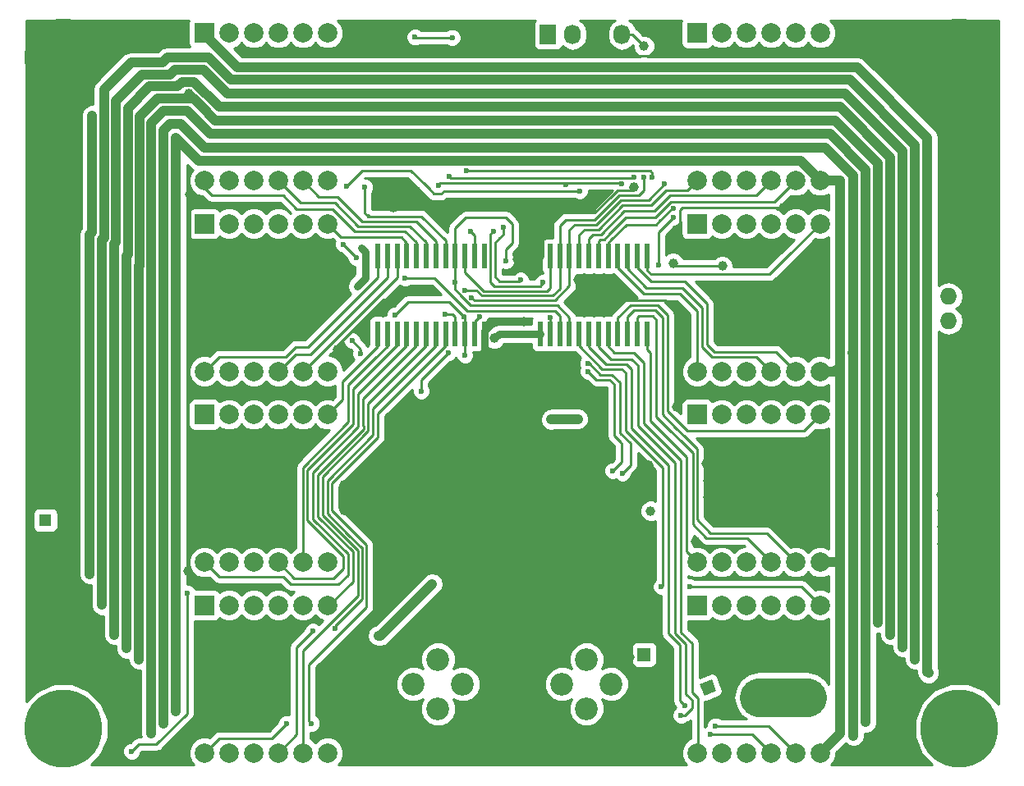
<source format=gbr>
G04 #@! TF.FileFunction,Copper,L2,Bot,Signal*
%FSLAX46Y46*%
G04 Gerber Fmt 4.6, Leading zero omitted, Abs format (unit mm)*
G04 Created by KiCad (PCBNEW 4.0.4-1.fc24-product) date Wed May 17 10:11:47 2017*
%MOMM*%
%LPD*%
G01*
G04 APERTURE LIST*
%ADD10C,0.100000*%
%ADD11C,2.349500*%
%ADD12R,1.727200X1.727200*%
%ADD13O,1.727200X1.727200*%
%ADD14R,1.727200X2.032000*%
%ADD15O,1.727200X2.032000*%
%ADD16C,1.300000*%
%ADD17R,1.300000X1.300000*%
%ADD18R,1.397000X1.397000*%
%ADD19C,1.397000*%
%ADD20C,3.000000*%
%ADD21C,8.000000*%
%ADD22R,2.032000X2.032000*%
%ADD23C,2.000000*%
%ADD24R,0.600000X2.500000*%
%ADD25C,1.000000*%
%ADD26C,0.600000*%
%ADD27C,0.254000*%
%ADD28C,1.000000*%
%ADD29C,0.250000*%
%ADD30C,0.800000*%
%ADD31C,4.000000*%
G04 APERTURE END LIST*
D10*
D11*
X93939360Y-112903000D03*
X88859360Y-112903000D03*
X104178100Y-112903000D03*
X109258100Y-112903000D03*
X91399360Y-115443000D03*
X91399360Y-110363000D03*
X106718100Y-115443000D03*
X106718100Y-110363000D03*
D12*
X144018000Y-67818000D03*
D13*
X146558000Y-67818000D03*
X144018000Y-70358000D03*
X146558000Y-70358000D03*
X144018000Y-72898000D03*
X146558000Y-72898000D03*
X144018000Y-75438000D03*
X146558000Y-75438000D03*
X144018000Y-77978000D03*
X146558000Y-77978000D03*
D14*
X102743000Y-45847000D03*
D15*
X105283000Y-45847000D03*
X107823000Y-45847000D03*
X110363000Y-45847000D03*
D10*
G36*
X119601777Y-112400734D02*
X120099266Y-113601777D01*
X118898223Y-114099266D01*
X118400734Y-112898223D01*
X119601777Y-112400734D01*
X119601777Y-112400734D01*
G37*
D16*
X114630602Y-115163417D03*
D17*
X50927000Y-96012000D03*
D16*
X50927000Y-91012000D03*
D18*
X112649000Y-109855000D03*
D19*
X112649000Y-117475000D03*
D20*
X124500000Y-114250000D03*
X129500000Y-114250000D03*
X124500000Y-94500000D03*
X129500000Y-94500000D03*
D21*
X145161000Y-117475000D03*
X145161000Y-48260000D03*
X52750000Y-48250000D03*
X52750000Y-117500000D03*
D22*
X118110000Y-104775000D03*
D23*
X120650000Y-104775000D03*
X123190000Y-104775000D03*
X125730000Y-104775000D03*
X128270000Y-104775000D03*
X130810000Y-104775000D03*
X125730000Y-120015000D03*
X128270000Y-120015000D03*
X118110000Y-120015000D03*
X120650000Y-120015000D03*
X130810000Y-120015000D03*
X123190000Y-120015000D03*
D22*
X118110000Y-85090000D03*
D23*
X120650000Y-85090000D03*
X123190000Y-85090000D03*
X125730000Y-85090000D03*
X128270000Y-85090000D03*
X130810000Y-85090000D03*
X125730000Y-100330000D03*
X128270000Y-100330000D03*
X118110000Y-100330000D03*
X120650000Y-100330000D03*
X130810000Y-100330000D03*
X123190000Y-100330000D03*
D22*
X118110000Y-65405000D03*
D23*
X120650000Y-65405000D03*
X123190000Y-65405000D03*
X125730000Y-65405000D03*
X128270000Y-65405000D03*
X130810000Y-65405000D03*
X125730000Y-80645000D03*
X128270000Y-80645000D03*
X118110000Y-80645000D03*
X120650000Y-80645000D03*
X130810000Y-80645000D03*
X123190000Y-80645000D03*
D22*
X118110000Y-45720000D03*
D23*
X120650000Y-45720000D03*
X123190000Y-45720000D03*
X125730000Y-45720000D03*
X128270000Y-45720000D03*
X130810000Y-45720000D03*
X125730000Y-60960000D03*
X128270000Y-60960000D03*
X118110000Y-60960000D03*
X120650000Y-60960000D03*
X130810000Y-60960000D03*
X123190000Y-60960000D03*
D22*
X67310000Y-45720000D03*
D23*
X69850000Y-45720000D03*
X72390000Y-45720000D03*
X74930000Y-45720000D03*
X77470000Y-45720000D03*
X80010000Y-45720000D03*
X74930000Y-60960000D03*
X77470000Y-60960000D03*
X67310000Y-60960000D03*
X69850000Y-60960000D03*
X80010000Y-60960000D03*
X72390000Y-60960000D03*
D22*
X67310000Y-65405000D03*
D23*
X69850000Y-65405000D03*
X72390000Y-65405000D03*
X74930000Y-65405000D03*
X77470000Y-65405000D03*
X80010000Y-65405000D03*
X74930000Y-80645000D03*
X77470000Y-80645000D03*
X67310000Y-80645000D03*
X69850000Y-80645000D03*
X80010000Y-80645000D03*
X72390000Y-80645000D03*
D22*
X67310000Y-85090000D03*
D23*
X69850000Y-85090000D03*
X72390000Y-85090000D03*
X74930000Y-85090000D03*
X77470000Y-85090000D03*
X80010000Y-85090000D03*
X74930000Y-100330000D03*
X77470000Y-100330000D03*
X67310000Y-100330000D03*
X69850000Y-100330000D03*
X80010000Y-100330000D03*
X72390000Y-100330000D03*
D22*
X67310000Y-104775000D03*
D23*
X69850000Y-104775000D03*
X72390000Y-104775000D03*
X74930000Y-104775000D03*
X77470000Y-104775000D03*
X80010000Y-104775000D03*
X74930000Y-120015000D03*
X77470000Y-120015000D03*
X67310000Y-120015000D03*
X69850000Y-120015000D03*
X80010000Y-120015000D03*
X72390000Y-120015000D03*
D24*
X101942000Y-68771000D03*
X102942000Y-68771000D03*
X103942000Y-68771000D03*
X104942000Y-68771000D03*
X105942000Y-68771000D03*
X106942000Y-68771000D03*
X107942000Y-68771000D03*
X108942000Y-68771000D03*
X109942000Y-68771000D03*
X110942000Y-68771000D03*
X111942000Y-68771000D03*
X112942000Y-68771000D03*
X112942000Y-76771000D03*
X111942000Y-76771000D03*
X110942000Y-76771000D03*
X109942000Y-76771000D03*
X108942000Y-76771000D03*
X107942000Y-76771000D03*
X106942000Y-76771000D03*
X105942000Y-76771000D03*
X104942000Y-76771000D03*
X103942000Y-76771000D03*
X102942000Y-76771000D03*
X101942000Y-76771000D03*
X96178000Y-76771000D03*
X95178000Y-76771000D03*
X94178000Y-76771000D03*
X93178000Y-76771000D03*
X92178000Y-76771000D03*
X91178000Y-76771000D03*
X90178000Y-76771000D03*
X89178000Y-76771000D03*
X88178000Y-76771000D03*
X87178000Y-76771000D03*
X86178000Y-76771000D03*
X85178000Y-76771000D03*
X85178000Y-68771000D03*
X86178000Y-68771000D03*
X87178000Y-68771000D03*
X88178000Y-68771000D03*
X89178000Y-68771000D03*
X90178000Y-68771000D03*
X91178000Y-68771000D03*
X92178000Y-68771000D03*
X93178000Y-68771000D03*
X94178000Y-68771000D03*
X95178000Y-68771000D03*
X96178000Y-68771000D03*
D25*
X113322100Y-95059500D03*
D26*
X81927700Y-61544200D03*
X105994200Y-62014100D03*
D25*
X52895000Y-53548000D03*
X51752000Y-55580000D03*
X49974000Y-57866000D03*
X50038000Y-55580000D03*
X49974000Y-53548000D03*
X140525000Y-51135000D03*
X142430000Y-53548000D03*
X147637000Y-56215000D03*
X145097000Y-53548000D03*
X147637000Y-53548000D03*
X50038000Y-85598000D03*
X50038000Y-83312000D03*
X50038000Y-81026000D03*
X50038000Y-78486000D03*
X120396000Y-115570000D03*
X119634000Y-109474000D03*
X74993500Y-109474000D03*
X63309500Y-120713500D03*
X50038000Y-103632000D03*
X50038000Y-106426000D03*
X50038000Y-109220000D03*
X50038000Y-101346000D03*
X119278400Y-95237300D03*
X117983000Y-98171000D03*
X130429000Y-102489000D03*
X85852000Y-45085000D03*
X97917000Y-45593000D03*
X115570000Y-45720000D03*
X145986000Y-92537000D03*
X146113000Y-86060000D03*
X111188500Y-110109000D03*
X88646000Y-90297000D03*
X89281000Y-86931500D03*
X101917500Y-91757500D03*
X98742500Y-86614000D03*
X97853500Y-96075500D03*
X93345000Y-82296000D03*
X77343000Y-68199000D03*
D26*
X81534000Y-70548500D03*
D25*
X65786000Y-62357000D03*
X68453000Y-82804000D03*
X72390000Y-74549000D03*
X68529200Y-93116400D03*
X65595500Y-101282500D03*
X127000000Y-63754000D03*
X127762000Y-75742800D03*
X111620300Y-61620400D03*
X78486000Y-47739300D03*
X113157000Y-90360500D03*
X119240300Y-91922600D03*
X119202200Y-93649800D03*
X143332200Y-98463100D03*
X143332200Y-96672400D03*
X143243300Y-93408500D03*
X143306800Y-94970600D03*
X113385600Y-91414600D03*
X119024400Y-90119200D03*
X106603800Y-93878400D03*
X107772200Y-94818200D03*
X116890800Y-76034900D03*
X107556300Y-88773000D03*
X100266500Y-75514200D03*
X88112600Y-47675800D03*
X107442000Y-84353400D03*
X116027200Y-84328000D03*
X81000600Y-78384400D03*
X86817200Y-73228200D03*
X76073000Y-95351600D03*
X76098400Y-93929200D03*
X75996800Y-92481400D03*
X81737200Y-94996000D03*
X81711800Y-92329000D03*
X81762600Y-93624400D03*
X114249200Y-47396400D03*
X95656400Y-47675800D03*
X86766400Y-63779400D03*
X99593400Y-69113400D03*
X101981000Y-64262000D03*
X105841800Y-71170800D03*
X102336600Y-80391000D03*
X86563200Y-93853000D03*
X91059000Y-93675200D03*
X91236800Y-100076000D03*
X97330798Y-105005602D03*
X105359200Y-104749600D03*
X102463600Y-103378000D03*
X116255800Y-79451200D03*
D26*
X85242400Y-107899200D03*
X90805000Y-102565200D03*
X83489800Y-67894200D03*
X83058000Y-71856600D03*
D25*
X120700800Y-69773800D03*
X97205800Y-77241400D03*
X115646200Y-69469000D03*
X112623600Y-47066200D03*
X103073200Y-85623400D03*
X105816400Y-85572600D03*
D26*
X110350300Y-61290200D03*
X104597200Y-61366400D03*
X91414600Y-61442600D03*
X92456000Y-78740000D03*
X89662000Y-82677000D03*
X114427000Y-102870000D03*
X117348000Y-102870000D03*
X116459000Y-116128800D03*
X119430800Y-118110000D03*
X116865400Y-115163600D03*
X120015000Y-117221000D03*
X115697000Y-63792100D03*
D25*
X55498500Y-101554000D03*
X55750000Y-54250000D03*
X141859000Y-91948000D03*
X141859000Y-72263000D03*
X141986000Y-111760000D03*
X118110000Y-49276000D03*
X55499000Y-85090000D03*
X55753000Y-65532000D03*
X56768500Y-104729000D03*
X63000000Y-48750000D03*
X56769000Y-86995000D03*
X56953002Y-63627000D03*
X140589000Y-90678000D03*
X140589000Y-70993000D03*
X140589000Y-110363000D03*
X120650000Y-50546000D03*
X63750000Y-50000000D03*
X58039000Y-88265000D03*
X58166000Y-67310000D03*
X139319000Y-89408000D03*
X139319000Y-69723000D03*
X139319000Y-109093000D03*
X123190000Y-51943000D03*
X58039000Y-107823000D03*
X59308500Y-73487000D03*
X64500000Y-51250000D03*
X59309000Y-89535000D03*
X138049000Y-88138000D03*
X138049000Y-68453000D03*
X138049000Y-107823000D03*
X125730000Y-53340000D03*
X59309000Y-109220000D03*
X59436000Y-68580000D03*
X65750000Y-52000000D03*
X136779000Y-86868000D03*
X136779000Y-67183000D03*
X136779000Y-106553000D03*
X128270000Y-54737000D03*
X60579000Y-110363000D03*
X60579000Y-90805000D03*
X60579000Y-69780002D03*
D26*
X83858100Y-61633100D03*
D25*
X61848500Y-80726000D03*
X61849000Y-98552000D03*
X61849000Y-117983000D03*
X61849000Y-59182000D03*
X135509000Y-97282000D03*
X135509000Y-77470000D03*
X135509000Y-116840000D03*
X120650000Y-56134000D03*
X64389000Y-115697000D03*
X64389000Y-95758000D03*
X64389000Y-76073000D03*
X64389000Y-56584998D03*
X63100000Y-111800000D03*
X63119000Y-97155000D03*
X63119000Y-57785000D03*
X63119000Y-77470000D03*
X134239000Y-98552000D03*
X134112000Y-78740000D03*
X134239000Y-118237000D03*
X123190000Y-57531000D03*
X63119000Y-116967000D03*
D26*
X78486000Y-107442000D03*
X80772000Y-107188000D03*
X75819000Y-116967000D03*
X78359000Y-116967000D03*
X59816500Y-119842000D03*
X82524600Y-77470000D03*
X65532000Y-103505000D03*
X83439000Y-78816200D03*
X81635600Y-67513200D03*
X82956400Y-68910200D03*
X98412300Y-69227700D03*
X92506800Y-60553600D03*
X111607600Y-60604400D03*
X93116400Y-71424800D03*
X106819700Y-79819500D03*
X110401100Y-91135200D03*
X115620800Y-64757300D03*
X114096800Y-69697600D03*
X106883200Y-80645000D03*
X109423200Y-90893900D03*
X102997000Y-75057000D03*
X102235000Y-71462900D03*
X97104200Y-66167000D03*
X94742000Y-66167000D03*
X99898200Y-71183500D03*
X98107500Y-65760600D03*
X94043000Y-75011000D03*
X112598200Y-60629800D03*
X94132400Y-72263000D03*
X86995000Y-74803000D03*
X94157800Y-78994000D03*
X113487200Y-60629800D03*
X94335600Y-59969400D03*
X95656400Y-75006200D03*
X114757200Y-61290200D03*
X94869000Y-73025000D03*
X92100400Y-74777600D03*
X89027000Y-46151800D03*
X92862400Y-46202600D03*
X88011000Y-70993000D03*
D27*
X113347500Y-95084900D02*
X113347500Y-95097600D01*
X113322100Y-95059500D02*
X113347500Y-95084900D01*
X90487500Y-61836300D02*
X90970100Y-62318900D01*
X90970100Y-62318900D02*
X91706700Y-62318900D01*
X88569800Y-59918600D02*
X90055700Y-61404500D01*
X83553300Y-59918600D02*
X88569800Y-59918600D01*
X81927700Y-61544200D02*
X83553300Y-59918600D01*
X92011500Y-62014100D02*
X91706700Y-62318900D01*
X90487500Y-61836300D02*
X90055700Y-61404500D01*
X90055700Y-61404500D02*
X89941400Y-61290200D01*
X105994200Y-62014100D02*
X92011500Y-62014100D01*
X49974000Y-57358000D02*
X51752000Y-55580000D01*
X49974000Y-57866000D02*
X49974000Y-57358000D01*
X49974000Y-55516000D02*
X50038000Y-55580000D01*
X49974000Y-53548000D02*
X49974000Y-55516000D01*
X145161000Y-48260000D02*
X143083000Y-46182000D01*
X142430000Y-53167000D02*
X140525000Y-51135000D01*
X142430000Y-53548000D02*
X142430000Y-53167000D01*
X147637000Y-53548000D02*
X145097000Y-53548000D01*
D28*
X50038000Y-50962000D02*
X50038000Y-78486000D01*
D27*
X50038000Y-83312000D02*
X50038000Y-81026000D01*
D28*
X50038000Y-50962000D02*
X52750000Y-48250000D01*
D29*
X50038000Y-85598000D02*
X50927000Y-86487000D01*
X50927000Y-86487000D02*
X50927000Y-91012000D01*
X121500000Y-114466000D02*
X120396000Y-115570000D01*
X121500000Y-111340000D02*
X121500000Y-114466000D01*
D27*
X120250000Y-110090000D02*
X119634000Y-109474000D01*
D29*
X120250000Y-110090000D02*
X121500000Y-111340000D01*
D30*
X63309500Y-120713500D02*
X74549000Y-109474000D01*
X74993500Y-109474000D02*
X74549000Y-109474000D01*
D27*
X50038000Y-103632000D02*
X50038000Y-106426000D01*
X49022000Y-86614000D02*
X50038000Y-85598000D01*
X49022000Y-100330000D02*
X49022000Y-86614000D01*
X50038000Y-101346000D02*
X49022000Y-100330000D01*
X143332200Y-98463100D02*
X143332200Y-112598200D01*
X139319000Y-115824000D02*
X139319000Y-120523000D01*
X142240000Y-112903000D02*
X139319000Y-115824000D01*
X143027400Y-112903000D02*
X142240000Y-112903000D01*
X143332200Y-112598200D02*
X143027400Y-112903000D01*
D30*
X85852000Y-45085000D02*
X88112600Y-47345600D01*
X88112600Y-47345600D02*
X88112600Y-47675800D01*
X95656400Y-47675800D02*
X95834200Y-47675800D01*
X95834200Y-47675800D02*
X97917000Y-45593000D01*
X114249200Y-47396400D02*
X114249200Y-47040800D01*
X114249200Y-47040800D02*
X115570000Y-45720000D01*
X96178000Y-76771000D02*
X96178000Y-79604500D01*
X96178000Y-79604500D02*
X96774000Y-80200500D01*
X105359200Y-104749600D02*
X105829100Y-104749600D01*
X105829100Y-104749600D02*
X111188500Y-110109000D01*
X91059000Y-93675200D02*
X91059000Y-92710000D01*
X91059000Y-92710000D02*
X88646000Y-90297000D01*
X91059000Y-85725000D02*
X90487500Y-85725000D01*
X90487500Y-85725000D02*
X89281000Y-86931500D01*
X101917500Y-91757500D02*
X101917500Y-89789000D01*
X101917500Y-89789000D02*
X98742500Y-86614000D01*
X101917500Y-91757500D02*
X101917500Y-92011500D01*
X103822500Y-93662500D02*
X101917500Y-91757500D01*
X106603800Y-93662500D02*
X103822500Y-93662500D01*
X101917500Y-92011500D02*
X97853500Y-96075500D01*
D27*
X93345000Y-82296000D02*
X91059000Y-84582000D01*
X93726000Y-82677000D02*
X93345000Y-82296000D01*
X94996000Y-82677000D02*
X93726000Y-82677000D01*
X91059000Y-84582000D02*
X91059000Y-85725000D01*
X91059000Y-85725000D02*
X91059000Y-93675200D01*
X77343000Y-68199000D02*
X79692500Y-70548500D01*
X72390000Y-73152000D02*
X77343000Y-68199000D01*
X72390000Y-73215500D02*
X72390000Y-73152000D01*
X79692500Y-70548500D02*
X81534000Y-70548500D01*
X65786000Y-68897500D02*
X70104000Y-73215500D01*
X70104000Y-73215500D02*
X72390000Y-73215500D01*
X65786000Y-62357000D02*
X65786000Y-68897500D01*
X68453000Y-82804000D02*
X66230500Y-82804000D01*
X66230500Y-82804000D02*
X65659000Y-82232500D01*
X65659000Y-82232500D02*
X65659000Y-77406500D01*
X65659000Y-77406500D02*
X68516500Y-74549000D01*
X68516500Y-74549000D02*
X72390000Y-74549000D01*
X72390000Y-74549000D02*
X72390000Y-73215500D01*
X72390000Y-74549000D02*
X68707000Y-74549000D01*
X65659000Y-77597000D02*
X68707000Y-74549000D01*
X65659000Y-79184500D02*
X65659000Y-77597000D01*
X65659000Y-90246200D02*
X65659000Y-79184500D01*
X65659000Y-90246200D02*
X68529200Y-93116400D01*
X68529200Y-93116400D02*
X65595500Y-96050100D01*
X65595500Y-96050100D02*
X65595500Y-101282500D01*
X121920000Y-68580000D02*
X122682000Y-69342000D01*
X117348000Y-68580000D02*
X121920000Y-68580000D01*
X116332000Y-67564000D02*
X117348000Y-68580000D01*
X116332000Y-64008000D02*
X116332000Y-67564000D01*
X116586000Y-63754000D02*
X116332000Y-64008000D01*
X117094000Y-63754000D02*
X116586000Y-63754000D01*
X127000000Y-63754000D02*
X117094000Y-63754000D01*
X127762000Y-75742800D02*
X127762000Y-75692000D01*
X111620300Y-61620400D02*
X111302800Y-61937900D01*
X111302800Y-61937900D02*
X109911444Y-61937900D01*
X109286322Y-62563022D02*
X109286322Y-62531978D01*
X109911444Y-61937900D02*
X109286322Y-62563022D01*
D30*
X78486000Y-47739300D02*
X78549500Y-47675800D01*
X78549500Y-47675800D02*
X88112600Y-47675800D01*
X113157000Y-90360500D02*
X113157000Y-91186000D01*
D27*
X119240300Y-91922600D02*
X119202200Y-91960700D01*
X119202200Y-91960700D02*
X119202200Y-93649800D01*
D30*
X143332200Y-96672400D02*
X143332200Y-98463100D01*
X143306800Y-93472000D02*
X143243300Y-93408500D01*
X143306800Y-94970600D02*
X143306800Y-93472000D01*
D27*
X113360200Y-91440000D02*
X113360200Y-93129100D01*
X113385600Y-91414600D02*
X113360200Y-91440000D01*
X106603800Y-90271600D02*
X106603800Y-93662500D01*
X106603800Y-93662500D02*
X106603800Y-93878400D01*
X106603800Y-89725500D02*
X107556300Y-88773000D01*
X106603800Y-89725500D02*
X106603800Y-90271600D01*
X106819700Y-64262000D02*
X107556300Y-64262000D01*
X101981000Y-64262000D02*
X106819700Y-64262000D01*
X107556300Y-64262000D02*
X109286322Y-62531978D01*
X116713000Y-76212700D02*
X116408200Y-76212700D01*
X116890800Y-76034900D02*
X116713000Y-76212700D01*
X107556300Y-88773000D02*
X107556300Y-84467700D01*
X107556300Y-84467700D02*
X107442000Y-84353400D01*
D30*
X96178000Y-76771000D02*
X96178000Y-76440400D01*
X96178000Y-76440400D02*
X97104200Y-75514200D01*
X97104200Y-75514200D02*
X100266500Y-75514200D01*
X101942000Y-68771000D02*
X101942000Y-64301000D01*
X101942000Y-64301000D02*
X101981000Y-64262000D01*
X99593400Y-69113400D02*
X101599600Y-69113400D01*
X101599600Y-69113400D02*
X101942000Y-68771000D01*
D27*
X88112600Y-47675800D02*
X95656400Y-47675800D01*
X116255800Y-79451200D02*
X116255800Y-82499200D01*
X116027200Y-82727800D02*
X116027200Y-84328000D01*
X116255800Y-82499200D02*
X116027200Y-82727800D01*
X107442000Y-84353400D02*
X107391200Y-84404200D01*
X107391200Y-84404200D02*
X107442000Y-84353400D01*
X107442000Y-84353400D02*
X107442000Y-84455000D01*
X107442000Y-84455000D02*
X103378000Y-80391000D01*
X103378000Y-80391000D02*
X102336600Y-80391000D01*
D30*
X115290600Y-115109000D02*
X105359200Y-105177600D01*
X105359200Y-105177600D02*
X105359200Y-104749600D01*
D27*
X81000600Y-78384400D02*
X81000600Y-78003400D01*
X85775800Y-73228200D02*
X86817200Y-73228200D01*
X81000600Y-78003400D02*
X85775800Y-73228200D01*
D30*
X76098400Y-93929200D02*
X76098400Y-92583000D01*
X76098400Y-92583000D02*
X75996800Y-92481400D01*
X81762600Y-93624400D02*
X81762600Y-92379800D01*
X81762600Y-92379800D02*
X81711800Y-92329000D01*
X86563200Y-93853000D02*
X81991200Y-93853000D01*
X81991200Y-93853000D02*
X81762600Y-93624400D01*
D27*
X110083600Y-48107600D02*
X107823000Y-45847000D01*
X113538000Y-48107600D02*
X110083600Y-48107600D01*
X114249200Y-47396400D02*
X113538000Y-48107600D01*
X105841800Y-47828200D02*
X107823000Y-45847000D01*
X95656400Y-47675800D02*
X95808800Y-47828200D01*
X95808800Y-47828200D02*
X105841800Y-47828200D01*
X86766400Y-63779400D02*
X101498400Y-63779400D01*
X101498400Y-63779400D02*
X101981000Y-64262000D01*
X101942000Y-64301000D02*
X101981000Y-64262000D01*
X96178000Y-76771000D02*
X96178000Y-77864600D01*
X96178000Y-77864600D02*
X98704400Y-80391000D01*
X98704400Y-80391000D02*
X102336600Y-80391000D01*
X96178000Y-75703800D02*
X96178000Y-76771000D01*
X116408200Y-74904600D02*
X116408200Y-76212700D01*
X114808000Y-73304400D02*
X116408200Y-74904600D01*
X107975400Y-73304400D02*
X114808000Y-73304400D01*
X105841800Y-71170800D02*
X107975400Y-73304400D01*
X116408200Y-76212700D02*
X116408200Y-77241400D01*
X86563200Y-93853000D02*
X86741000Y-93675200D01*
X86741000Y-93675200D02*
X91059000Y-93675200D01*
X91059000Y-93675200D02*
X91236800Y-93853000D01*
X91236800Y-93853000D02*
X91236800Y-100076000D01*
X96166402Y-105005602D02*
X97330798Y-105005602D01*
X91236800Y-100076000D02*
X96166402Y-105005602D01*
X97330798Y-105005602D02*
X97582796Y-105257600D01*
X97582796Y-105257600D02*
X100584000Y-105257600D01*
X100584000Y-105257600D02*
X102463600Y-103378000D01*
X103987600Y-103378000D02*
X102463600Y-103378000D01*
X105359200Y-104749600D02*
X103987600Y-103378000D01*
X116408200Y-79298800D02*
X116255800Y-79451200D01*
X116408200Y-77241400D02*
X116408200Y-79298800D01*
D28*
X85471000Y-107899200D02*
X85242400Y-107899200D01*
X90805000Y-102565200D02*
X85471000Y-107899200D01*
D30*
X83870800Y-71043800D02*
X83058000Y-71856600D01*
X83870800Y-68275200D02*
X83870800Y-71043800D01*
X83489800Y-67894200D02*
X83870800Y-68275200D01*
D27*
X120650000Y-69723000D02*
X117170200Y-69723000D01*
X120700800Y-69773800D02*
X120650000Y-69723000D01*
D30*
X99898200Y-76771000D02*
X97676200Y-76771000D01*
X97676200Y-76771000D02*
X97205800Y-77241400D01*
D27*
X115900200Y-69723000D02*
X117170200Y-69723000D01*
X115646200Y-69469000D02*
X115900200Y-69723000D01*
X111404400Y-45847000D02*
X110363000Y-45847000D01*
X112623600Y-47066200D02*
X111404400Y-45847000D01*
D30*
X101942000Y-76771000D02*
X99898200Y-76771000D01*
D28*
X103073200Y-85623400D02*
X103124000Y-85572600D01*
X103124000Y-85572600D02*
X105816400Y-85572600D01*
D27*
X108077000Y-61239400D02*
X110299500Y-61239400D01*
X110299500Y-61239400D02*
X110350300Y-61290200D01*
X104597200Y-61366400D02*
X104597200Y-61239400D01*
X104597200Y-61239400D02*
X104597200Y-61290200D01*
X104597200Y-61290200D02*
X104597200Y-61239400D01*
X95072200Y-61239400D02*
X91617800Y-61239400D01*
X91617800Y-61239400D02*
X91414600Y-61442600D01*
X108077000Y-61239400D02*
X104597200Y-61239400D01*
X104597200Y-61239400D02*
X95072200Y-61239400D01*
D29*
X89662000Y-81534000D02*
X92456000Y-78740000D01*
X89662000Y-82677000D02*
X89662000Y-81534000D01*
X130810000Y-104775000D02*
X128905000Y-102870000D01*
X108331000Y-80391000D02*
X105942000Y-78002000D01*
X110363000Y-80391000D02*
X108331000Y-80391000D01*
X110744000Y-80772000D02*
X110363000Y-80391000D01*
X110744000Y-86741000D02*
X110744000Y-80772000D01*
X114554000Y-90551000D02*
X110744000Y-86741000D01*
X114554000Y-102743000D02*
X114554000Y-90551000D01*
X114427000Y-102870000D02*
X114554000Y-102743000D01*
X128905000Y-102870000D02*
X117348000Y-102870000D01*
X105942000Y-78002000D02*
X105942000Y-76771000D01*
X116964400Y-108785600D02*
X116964400Y-113964400D01*
X116964400Y-113964400D02*
X117576600Y-114576600D01*
X117376999Y-115624399D02*
X116872598Y-116128800D01*
X117376999Y-115624399D02*
X117576600Y-115424798D01*
X117576600Y-115424798D02*
X117576600Y-114576600D01*
X116872598Y-116128800D02*
X116459000Y-116128800D01*
X120573800Y-118110000D02*
X119430800Y-118110000D01*
X116459000Y-116128800D02*
X116872598Y-116128800D01*
X115824000Y-107645200D02*
X116964400Y-108785600D01*
X115824000Y-107645200D02*
X115824000Y-90043000D01*
X115824000Y-90043000D02*
X112014000Y-86233000D01*
X107942000Y-78097000D02*
X107942000Y-76771000D01*
X109220000Y-79375000D02*
X107942000Y-78097000D01*
X111379000Y-79375000D02*
X109220000Y-79375000D01*
X112014000Y-80010000D02*
X111379000Y-79375000D01*
X112014000Y-86233000D02*
X112014000Y-80010000D01*
X125730000Y-120015000D02*
X123825000Y-118110000D01*
X123825000Y-118110000D02*
X120573800Y-118110000D01*
X116358800Y-108891200D02*
X116358800Y-114657000D01*
X116358800Y-114657000D02*
X116865400Y-115163600D01*
X120015000Y-117221000D02*
X125476000Y-117221000D01*
X125476000Y-117221000D02*
X128270000Y-120015000D01*
X116358800Y-108891200D02*
X115189000Y-107721400D01*
X106942000Y-76771000D02*
X106942000Y-78113000D01*
X115189000Y-90297000D02*
X115189000Y-107238800D01*
X111379000Y-86487000D02*
X115189000Y-90297000D01*
X111379000Y-80391000D02*
X111379000Y-86487000D01*
X110871000Y-79883000D02*
X111379000Y-80391000D01*
X108712000Y-79883000D02*
X110871000Y-79883000D01*
X106942000Y-78113000D02*
X108712000Y-79883000D01*
X115189000Y-107721400D02*
X115189000Y-107238800D01*
X117570000Y-108680000D02*
X117570000Y-113820000D01*
X117570000Y-113820000D02*
X118160800Y-114410800D01*
X118110000Y-120015000D02*
X118160800Y-119964200D01*
X118160800Y-119964200D02*
X118160800Y-114410800D01*
X116459000Y-107569000D02*
X117570000Y-108680000D01*
X108942000Y-76771000D02*
X108942000Y-78081000D01*
X116459000Y-89789000D02*
X116459000Y-107569000D01*
X112649000Y-85979000D02*
X116459000Y-89789000D01*
X112649000Y-79756000D02*
X112649000Y-85979000D01*
X111633000Y-78740000D02*
X112649000Y-79756000D01*
X109601000Y-78740000D02*
X111633000Y-78740000D01*
X108942000Y-78081000D02*
X109601000Y-78740000D01*
X130810000Y-85090000D02*
X129159000Y-86741000D01*
X115062000Y-84709000D02*
X115062000Y-81661000D01*
X117094000Y-86741000D02*
X115062000Y-84709000D01*
X129159000Y-86741000D02*
X117094000Y-86741000D01*
X111760000Y-73787000D02*
X111252000Y-73787000D01*
X109942000Y-75097000D02*
X109942000Y-76771000D01*
X111252000Y-73787000D02*
X109942000Y-75097000D01*
X115062000Y-74803000D02*
X114046000Y-73787000D01*
X115062000Y-81661000D02*
X115062000Y-74803000D01*
X114046000Y-73787000D02*
X111760000Y-73787000D01*
X109942000Y-76668000D02*
X109942000Y-76771000D01*
X117652800Y-96367600D02*
X117652800Y-96443800D01*
X117652800Y-96443800D02*
X119049800Y-97840800D01*
X116478050Y-87903050D02*
X117652800Y-89077800D01*
X123240800Y-97840800D02*
X125730000Y-100330000D01*
X119049800Y-97840800D02*
X123240800Y-97840800D01*
X117652800Y-89077800D02*
X117652800Y-96367600D01*
X115316000Y-86741000D02*
X113919000Y-85344000D01*
X113919000Y-75311000D02*
X113538000Y-74930000D01*
X113919000Y-85344000D02*
X113919000Y-75311000D01*
X111942000Y-76771000D02*
X111942000Y-75129000D01*
X112141000Y-74930000D02*
X113538000Y-74930000D01*
X111942000Y-75129000D02*
X112141000Y-74930000D01*
X115316000Y-86741000D02*
X116478050Y-87903050D01*
X128270000Y-100330000D02*
X125285500Y-97345500D01*
X118102802Y-88638802D02*
X116840000Y-87376000D01*
X118102802Y-95954002D02*
X118102802Y-88638802D01*
X119494300Y-97345500D02*
X118102802Y-95954002D01*
X125285500Y-97345500D02*
X119494300Y-97345500D01*
X115951000Y-86487000D02*
X114554000Y-85090000D01*
X116840000Y-87376000D02*
X115951000Y-86487000D01*
X113792000Y-74295000D02*
X111633000Y-74295000D01*
X111633000Y-74295000D02*
X110942000Y-74986000D01*
X110942000Y-74986000D02*
X110942000Y-76771000D01*
X114554000Y-85090000D02*
X114554000Y-75057000D01*
X114554000Y-75057000D02*
X113792000Y-74295000D01*
X118110000Y-100330000D02*
X117017800Y-99237800D01*
X117017800Y-89458800D02*
X115900200Y-88341200D01*
X117017800Y-99237800D02*
X117017800Y-89458800D01*
X112942000Y-76771000D02*
X112942000Y-78398000D01*
X113284000Y-85725000D02*
X113411000Y-85852000D01*
X113284000Y-78740000D02*
X113284000Y-85725000D01*
X112942000Y-78398000D02*
X113284000Y-78740000D01*
X115900200Y-88341200D02*
X113411000Y-85852000D01*
D27*
X112942000Y-68771000D02*
X112942000Y-70244600D01*
X125577600Y-70637400D02*
X127444000Y-68771000D01*
X113334800Y-70637400D02*
X125577600Y-70637400D01*
X112942000Y-70244600D02*
X113334800Y-70637400D01*
D29*
X130810000Y-65405000D02*
X127444000Y-68771000D01*
X125730000Y-80645000D02*
X124206000Y-79121000D01*
X118618000Y-74041000D02*
X116586000Y-72009000D01*
X118618000Y-78105000D02*
X118618000Y-74041000D01*
X119634000Y-79121000D02*
X118618000Y-78105000D01*
X124206000Y-79121000D02*
X119634000Y-79121000D01*
X116586000Y-72009000D02*
X115951000Y-72009000D01*
X110942000Y-70048000D02*
X110942000Y-68771000D01*
X112903000Y-72009000D02*
X110942000Y-70048000D01*
X115951000Y-72009000D02*
X112903000Y-72009000D01*
X116459000Y-71374000D02*
X116840000Y-71374000D01*
X126238000Y-78613000D02*
X128270000Y-80645000D01*
X119888000Y-78613000D02*
X126238000Y-78613000D01*
X119126000Y-77851000D02*
X119888000Y-78613000D01*
X119126000Y-73660000D02*
X119126000Y-77851000D01*
X116840000Y-71374000D02*
X119126000Y-73660000D01*
X111942000Y-68771000D02*
X111942000Y-69905000D01*
X111942000Y-69905000D02*
X113411000Y-71374000D01*
X113411000Y-71374000D02*
X116459000Y-71374000D01*
X109942000Y-68771000D02*
X109942000Y-69937000D01*
X109942000Y-69937000D02*
X112649000Y-72644000D01*
X112649000Y-72644000D02*
X116332000Y-72644000D01*
X116332000Y-72644000D02*
X118110000Y-74422000D01*
X118110000Y-74422000D02*
X118110000Y-80645000D01*
X110807000Y-65486000D02*
X113855000Y-65486000D01*
X113855000Y-65486000D02*
X114236000Y-65105000D01*
X109219500Y-67073500D02*
X110807000Y-65486000D01*
X108942000Y-67351000D02*
X108942000Y-68771000D01*
X109219500Y-67073500D02*
X108942000Y-67351000D01*
X115697000Y-63792100D02*
X115548900Y-63792100D01*
X115548900Y-63792100D02*
X114236000Y-65105000D01*
D27*
X108942000Y-68771000D02*
X108942000Y-67715000D01*
D29*
X106942000Y-68771000D02*
X106942000Y-66938000D01*
X107378000Y-66502000D02*
X108173800Y-66502000D01*
X106942000Y-66938000D02*
X107378000Y-66502000D01*
D27*
X110591600Y-64084200D02*
X113751006Y-64084200D01*
D29*
X115351206Y-62484000D02*
X124206000Y-62484000D01*
X124206000Y-62484000D02*
X125730000Y-60960000D01*
D27*
X110591600Y-64084200D02*
X108173800Y-66502000D01*
X113751006Y-64084200D02*
X115351206Y-62484000D01*
X106942000Y-67733800D02*
X106942000Y-68771000D01*
D29*
X107942000Y-67208000D02*
X107942000Y-68771000D01*
X108140000Y-67010000D02*
X107942000Y-67208000D01*
X108267000Y-67010000D02*
X108140000Y-67010000D01*
X108529400Y-67010000D02*
X108267000Y-67010000D01*
X109096700Y-66442700D02*
X108529400Y-67010000D01*
D27*
X109096700Y-66442700D02*
X110769400Y-64770000D01*
X110769400Y-64770000D02*
X113792000Y-64770000D01*
X113792000Y-64770000D02*
X115443000Y-63119000D01*
X107942000Y-68771000D02*
X107942000Y-67597400D01*
D29*
X128270000Y-60960000D02*
X126111000Y-63119000D01*
X126111000Y-63119000D02*
X115443000Y-63119000D01*
X105942000Y-67264000D02*
X105942000Y-66541000D01*
X106489000Y-65994000D02*
X107919800Y-65994000D01*
X105942000Y-66541000D02*
X106489000Y-65994000D01*
X105942000Y-68771000D02*
X105942000Y-67264000D01*
D27*
X110972600Y-63474600D02*
X110439200Y-63474600D01*
X110439200Y-63474600D02*
X107919800Y-65994000D01*
X110972600Y-63474600D02*
X113411000Y-63474600D01*
X113411000Y-63474600D02*
X114909600Y-61976000D01*
D29*
X118110000Y-60960000D02*
X117094000Y-61976000D01*
X117094000Y-61976000D02*
X114909600Y-61976000D01*
D27*
X105942000Y-68771000D02*
X105942000Y-67641600D01*
D30*
X55498500Y-101554000D02*
X55499000Y-101554000D01*
X55499000Y-101554000D02*
X55498500Y-101554000D01*
X55498500Y-101554000D02*
X55499000Y-101554000D01*
D28*
X55750000Y-54250000D02*
X55753000Y-54250000D01*
X55750000Y-57500000D02*
X55753000Y-57500000D01*
X55753000Y-57500000D02*
X55750000Y-57500000D01*
X55750000Y-57500000D02*
X55753000Y-57500000D01*
X141859000Y-91948000D02*
X141859000Y-91821000D01*
X141859000Y-109093000D02*
X141859000Y-111633000D01*
X141859000Y-111633000D02*
X141986000Y-111760000D01*
X118110000Y-49276000D02*
X134620000Y-49276000D01*
X141859000Y-56515000D02*
X141859000Y-72263000D01*
X141859000Y-72263000D02*
X141859000Y-91821000D01*
X141859000Y-91821000D02*
X141859000Y-109093000D01*
X141859000Y-109093000D02*
X141859000Y-110109000D01*
X134620000Y-49276000D02*
X141859000Y-56515000D01*
X67310000Y-45720000D02*
X67310000Y-45847000D01*
X67310000Y-45847000D02*
X70739000Y-49276000D01*
X70739000Y-49276000D02*
X118110000Y-49276000D01*
X55753000Y-65532000D02*
X55753000Y-66294000D01*
X55499000Y-66548000D02*
X55499000Y-85090000D01*
X55499000Y-85090000D02*
X55499000Y-101554000D01*
X55753000Y-66294000D02*
X55499000Y-66548000D01*
X55753000Y-54250000D02*
X55753000Y-54864000D01*
X55753000Y-54864000D02*
X55753000Y-56007000D01*
X55753000Y-56007000D02*
X55753000Y-57500000D01*
X55753000Y-57500000D02*
X55753000Y-65532000D01*
X56768500Y-104729000D02*
X56769000Y-104729000D01*
X56769000Y-104729000D02*
X56768500Y-104729000D01*
X56768500Y-104729000D02*
X56769000Y-104729000D01*
X67750000Y-48250000D02*
X63500000Y-48250000D01*
X63500000Y-48250000D02*
X63000000Y-48750000D01*
X72000000Y-50546000D02*
X70046000Y-50546000D01*
X70046000Y-50546000D02*
X67750000Y-48250000D01*
X56953002Y-51562000D02*
X59765002Y-48750000D01*
X56953002Y-51562000D02*
X56953002Y-53000000D01*
X56953002Y-53000000D02*
X56953002Y-63627000D01*
X59765002Y-48750000D02*
X63000000Y-48750000D01*
X120650000Y-50546000D02*
X72000000Y-50546000D01*
X56953002Y-63627000D02*
X56953002Y-66871998D01*
X56769000Y-68326000D02*
X56769000Y-86995000D01*
X56769000Y-67056000D02*
X56769000Y-68326000D01*
X56953002Y-66871998D02*
X56769000Y-67056000D01*
X133858000Y-50546000D02*
X120650000Y-50546000D01*
X140589000Y-57277000D02*
X133858000Y-50546000D01*
X140589000Y-110363000D02*
X140589000Y-90678000D01*
X140589000Y-90678000D02*
X140589000Y-70993000D01*
X140589000Y-70993000D02*
X140589000Y-57277000D01*
X56769000Y-86995000D02*
X56769000Y-104729000D01*
X58166000Y-67310000D02*
X58039000Y-67437000D01*
X58039000Y-67437000D02*
X58039000Y-88265000D01*
X67250000Y-49500000D02*
X64250000Y-49500000D01*
X64250000Y-49500000D02*
X63750000Y-50000000D01*
X123190000Y-51943000D02*
X69693000Y-51943000D01*
X69693000Y-51943000D02*
X67250000Y-49500000D01*
X60916000Y-50000000D02*
X58166000Y-52750000D01*
X58166000Y-64135000D02*
X58166000Y-52750000D01*
X58166000Y-67310000D02*
X58166000Y-64135000D01*
X63750000Y-50000000D02*
X60916000Y-50000000D01*
X133350000Y-51943000D02*
X139319000Y-57912000D01*
X139319000Y-57912000D02*
X139319000Y-69723000D01*
X139319000Y-69723000D02*
X139319000Y-89408000D01*
X139319000Y-89408000D02*
X139319000Y-109093000D01*
X123190000Y-51943000D02*
X133350000Y-51943000D01*
X58039000Y-88265000D02*
X58039000Y-107823000D01*
X59436000Y-68580000D02*
X59308500Y-68707500D01*
X59308500Y-68707500D02*
X59308500Y-73487000D01*
X59309000Y-74376000D02*
X59309000Y-76454000D01*
X59308500Y-73487000D02*
X59309000Y-73487000D01*
X59309000Y-73487000D02*
X59309000Y-73169500D01*
X59309000Y-89535000D02*
X59309000Y-76454000D01*
X59309000Y-73169500D02*
X59309000Y-74376000D01*
X66250000Y-50750000D02*
X65000000Y-50750000D01*
X65000000Y-50750000D02*
X64500000Y-51250000D01*
X125730000Y-53340000D02*
X68840000Y-53340000D01*
X68840000Y-53340000D02*
X66250000Y-50750000D01*
X61686000Y-51250000D02*
X59436000Y-53500000D01*
X59436000Y-53500000D02*
X59436000Y-68580000D01*
X64500000Y-51250000D02*
X61686000Y-51250000D01*
X132842000Y-53340000D02*
X125730000Y-53340000D01*
X138049000Y-58547000D02*
X132842000Y-53340000D01*
X138049000Y-107823000D02*
X138049000Y-88138000D01*
X138049000Y-88138000D02*
X138049000Y-68453000D01*
X138049000Y-68453000D02*
X138049000Y-58547000D01*
X59309000Y-89535000D02*
X59309000Y-109220000D01*
X60750000Y-54250000D02*
X62479002Y-52520998D01*
X66236998Y-52520998D02*
X66216000Y-52500000D01*
X62479002Y-52520998D02*
X66236998Y-52520998D01*
D30*
X66858000Y-53142000D02*
X66216000Y-52500000D01*
X60750000Y-54250000D02*
X60636002Y-54363998D01*
X65750000Y-52000000D02*
X65733000Y-52017000D01*
X65733000Y-52017000D02*
X65750000Y-52000000D01*
X65750000Y-52000000D02*
X65750000Y-52034000D01*
D28*
X132334000Y-54737000D02*
X128270000Y-54737000D01*
X136779000Y-59182000D02*
X132334000Y-54737000D01*
X136779000Y-106553000D02*
X136779000Y-86868000D01*
X136779000Y-86868000D02*
X136779000Y-67183000D01*
X136779000Y-67183000D02*
X136779000Y-59182000D01*
X128270000Y-54737000D02*
X128016000Y-54737000D01*
X128016000Y-54737000D02*
X125730000Y-54737000D01*
X68453000Y-54737000D02*
X125730000Y-54737000D01*
X125730000Y-54737000D02*
X128016000Y-54737000D01*
X65750000Y-52034000D02*
X66858000Y-53142000D01*
X66858000Y-53142000D02*
X68453000Y-54737000D01*
X60579000Y-90805000D02*
X60579000Y-110363000D01*
X60579000Y-69780002D02*
X60579000Y-90805000D01*
X60636002Y-69723000D02*
X60636002Y-54363998D01*
X60579000Y-69780002D02*
X60636002Y-69723000D01*
D27*
X83858100Y-61633100D02*
X83794600Y-61633100D01*
X83794600Y-61633100D02*
X83858100Y-61633100D01*
X83858100Y-61633100D02*
X83794600Y-61633100D01*
X84201000Y-64655700D02*
X84201000Y-64516000D01*
X83794600Y-64249300D02*
X84201000Y-64655700D01*
X83794600Y-64109600D02*
X83794600Y-64249300D01*
X83794600Y-61633100D02*
X83794600Y-64109600D01*
D29*
X84201000Y-64516000D02*
X84328000Y-64643000D01*
X92178000Y-68771000D02*
X92178000Y-67159000D01*
X92178000Y-67159000D02*
X89662000Y-64643000D01*
X89662000Y-64643000D02*
X84328000Y-64643000D01*
X80772000Y-63246000D02*
X83185000Y-65659000D01*
X88519000Y-65659000D02*
X90178000Y-67318000D01*
X83185000Y-65659000D02*
X88519000Y-65659000D01*
X74930000Y-60960000D02*
X77216000Y-63246000D01*
X90178000Y-67318000D02*
X90178000Y-68771000D01*
X77216000Y-63246000D02*
X80772000Y-63246000D01*
X91178000Y-67183000D02*
X89146000Y-65151000D01*
X83566000Y-65151000D02*
X81026000Y-62611000D01*
X89146000Y-65151000D02*
X83566000Y-65151000D01*
X91178000Y-68771000D02*
X91178000Y-67183000D01*
X79121000Y-62611000D02*
X77470000Y-60960000D01*
X81026000Y-62611000D02*
X79121000Y-62611000D01*
D27*
X68580000Y-62484000D02*
X68072000Y-62484000D01*
X68072000Y-62484000D02*
X67310000Y-61722000D01*
X67310000Y-61722000D02*
X67310000Y-60960000D01*
X68580000Y-62484000D02*
X74676000Y-62484000D01*
X75438000Y-62484000D02*
X76835000Y-63881000D01*
X74676000Y-62484000D02*
X75438000Y-62484000D01*
D29*
X89178000Y-68771000D02*
X89178000Y-67334000D01*
X82804000Y-66167000D02*
X80518000Y-63881000D01*
X88011000Y-66167000D02*
X82804000Y-66167000D01*
X89178000Y-67334000D02*
X88011000Y-66167000D01*
X76835000Y-63881000D02*
X80518000Y-63881000D01*
D28*
X61848500Y-80726000D02*
X61849000Y-80726000D01*
X61849000Y-80726000D02*
X61848500Y-80726000D01*
X61848500Y-80726000D02*
X61849000Y-80726000D01*
X61836004Y-59182000D02*
X61849000Y-59182000D01*
X61836004Y-55003996D02*
X61836004Y-59182000D01*
X63119000Y-53721000D02*
X61836004Y-55003996D01*
X65532000Y-53721000D02*
X63119000Y-53721000D01*
X61849000Y-78740000D02*
X61849000Y-80726000D01*
X61849000Y-80726000D02*
X61849000Y-98552000D01*
X61849000Y-98552000D02*
X61849000Y-117983000D01*
X61849000Y-59182000D02*
X61849000Y-59182000D01*
X61849000Y-59182000D02*
X61849000Y-78740000D01*
X67945000Y-56134000D02*
X65532000Y-53721000D01*
X135509000Y-97282000D02*
X135509000Y-97409000D01*
X120650000Y-56134000D02*
X131826000Y-56134000D01*
X135509000Y-59817000D02*
X135509000Y-77343000D01*
X135509000Y-77343000D02*
X135509000Y-97409000D01*
X135509000Y-97409000D02*
X135509000Y-116840000D01*
X131826000Y-56134000D02*
X135509000Y-59817000D01*
X102616000Y-56134000D02*
X67945000Y-56134000D01*
X102870000Y-56134000D02*
X102616000Y-56134000D01*
X102616000Y-56134000D02*
X120650000Y-56134000D01*
X64389000Y-115697000D02*
X64389000Y-95758000D01*
X64389000Y-95758000D02*
X64389000Y-80391000D01*
X64389000Y-76269998D02*
X64389000Y-80391000D01*
X64389000Y-76130002D02*
X64389000Y-56584998D01*
X64389000Y-56584998D02*
X66732002Y-58928000D01*
X66732002Y-58928000D02*
X128778000Y-58928000D01*
X130810000Y-100330000D02*
X132842000Y-100330000D01*
X132715000Y-100457000D02*
X132842000Y-100457000D01*
X132842000Y-100330000D02*
X132715000Y-100457000D01*
X130810000Y-80645000D02*
X132842000Y-80645000D01*
X132461000Y-80518000D02*
X132842000Y-80518000D01*
X132588000Y-80645000D02*
X132461000Y-80518000D01*
X132842000Y-80645000D02*
X132588000Y-80645000D01*
X130810000Y-60960000D02*
X132842000Y-60960000D01*
X132842000Y-117983000D02*
X130810000Y-120015000D01*
X132842000Y-73406000D02*
X132842000Y-80518000D01*
X132842000Y-80518000D02*
X132842000Y-100457000D01*
X132842000Y-100457000D02*
X132842000Y-117983000D01*
X132842000Y-60960000D02*
X132842000Y-73406000D01*
X128778000Y-58928000D02*
X130810000Y-60960000D01*
D30*
X63100000Y-111779000D02*
X63119000Y-111760000D01*
X63100000Y-111800000D02*
X63100000Y-111779000D01*
D28*
X63119000Y-55753000D02*
X63754000Y-55118000D01*
X63119000Y-57785000D02*
X63119000Y-55753000D01*
X63119000Y-111760000D02*
X63119000Y-97155000D01*
X63119000Y-97155000D02*
X63119000Y-77470000D01*
X63119000Y-57912000D02*
X63119000Y-57785000D01*
X63119000Y-63246000D02*
X63119000Y-57912000D01*
X63119000Y-77470000D02*
X63119000Y-63246000D01*
X134239000Y-98552000D02*
X134239000Y-98679000D01*
X67310000Y-57531000D02*
X123063000Y-57531000D01*
X134112000Y-78740000D02*
X134239000Y-78740000D01*
X134239000Y-78740000D02*
X134112000Y-78740000D01*
X134112000Y-78740000D02*
X134239000Y-78740000D01*
X131318000Y-57531000D02*
X123190000Y-57531000D01*
X134239000Y-60452000D02*
X131318000Y-57531000D01*
X134239000Y-118237000D02*
X134239000Y-98679000D01*
X134239000Y-98679000D02*
X134239000Y-78740000D01*
X134239000Y-78740000D02*
X134239000Y-60452000D01*
X63754000Y-55118000D02*
X64897000Y-55118000D01*
X64897000Y-55118000D02*
X67310000Y-57531000D01*
X123190000Y-57531000D02*
X123063000Y-57531000D01*
X63119000Y-116967000D02*
X63119000Y-111760000D01*
D29*
X80010000Y-65405000D02*
X81407000Y-66802000D01*
X87630000Y-66802000D02*
X88011000Y-67183000D01*
X81407000Y-66802000D02*
X87630000Y-66802000D01*
X88178000Y-67350000D02*
X88178000Y-68771000D01*
X88011000Y-67183000D02*
X88178000Y-67350000D01*
X74930000Y-80645000D02*
X76708000Y-78867000D01*
X86178000Y-70921000D02*
X86178000Y-68771000D01*
X78232000Y-78867000D02*
X86178000Y-70921000D01*
X76708000Y-78867000D02*
X78232000Y-78867000D01*
X87178000Y-68771000D02*
X87178000Y-70937000D01*
X87178000Y-70937000D02*
X77470000Y-80645000D01*
D27*
X67310000Y-80645000D02*
X68834000Y-79121000D01*
X75692000Y-79121000D02*
X76708000Y-78105000D01*
X68834000Y-79121000D02*
X75692000Y-79121000D01*
D29*
X85178000Y-70905000D02*
X77978000Y-78105000D01*
X77978000Y-78105000D02*
X76708000Y-78105000D01*
X85178000Y-68771000D02*
X85178000Y-70905000D01*
X81534000Y-83566000D02*
X80010000Y-85090000D01*
X85178000Y-76771000D02*
X85178000Y-78017000D01*
X85178000Y-78017000D02*
X81534000Y-81661000D01*
X81534000Y-81661000D02*
X81534000Y-83566000D01*
D27*
X81622900Y-101003100D02*
X81622900Y-99733100D01*
X77924002Y-90858998D02*
X82677000Y-86106000D01*
X77924002Y-96034202D02*
X77924002Y-90858998D01*
X81622900Y-99733100D02*
X77924002Y-96034202D01*
D29*
X82677000Y-86106000D02*
X82677000Y-82423000D01*
X80645000Y-101981000D02*
X81622900Y-101003100D01*
X74930000Y-100330000D02*
X76581000Y-101981000D01*
X76581000Y-101981000D02*
X80645000Y-101981000D01*
X82677000Y-82423000D02*
X87178000Y-77922000D01*
X87178000Y-77922000D02*
X87178000Y-76771000D01*
D27*
X82169000Y-85852000D02*
X77470000Y-90551000D01*
X77470000Y-90551000D02*
X77470000Y-100330000D01*
D29*
X84963000Y-79248000D02*
X86178000Y-78033000D01*
X86178000Y-78033000D02*
X86178000Y-76771000D01*
X84963000Y-79248000D02*
X82169000Y-82042000D01*
X82169000Y-82042000D02*
X82169000Y-82804000D01*
X82169000Y-82804000D02*
X82169000Y-85852000D01*
D27*
X76327000Y-102616000D02*
X76200000Y-102616000D01*
X75438000Y-101854000D02*
X68834000Y-101854000D01*
X76200000Y-102616000D02*
X75438000Y-101854000D01*
X83185000Y-86207600D02*
X83185000Y-86360000D01*
X82092800Y-99491800D02*
X82092800Y-101676200D01*
X78486000Y-95885000D02*
X82092800Y-99491800D01*
X78486000Y-91059000D02*
X78486000Y-95885000D01*
X83185000Y-86360000D02*
X78486000Y-91059000D01*
D29*
X88178000Y-76771000D02*
X88178000Y-77938000D01*
X88178000Y-77938000D02*
X83185000Y-82931000D01*
X83185000Y-82931000D02*
X83185000Y-86207600D01*
X68834000Y-101854000D02*
X67310000Y-100330000D01*
X81153000Y-102616000D02*
X76327000Y-102616000D01*
X82092800Y-101676200D02*
X81153000Y-102616000D01*
D27*
X82600800Y-102311200D02*
X82600800Y-99237800D01*
X83718400Y-86233000D02*
X83693000Y-86233000D01*
X83718400Y-86614000D02*
X83718400Y-86233000D01*
X78994000Y-91338400D02*
X83718400Y-86614000D01*
X78994000Y-95631000D02*
X78994000Y-91338400D01*
X82600800Y-99237800D02*
X78994000Y-95631000D01*
D29*
X84264500Y-82867500D02*
X83693000Y-83439000D01*
X83693000Y-83439000D02*
X83693000Y-84201000D01*
X89178000Y-77954000D02*
X84264500Y-82867500D01*
X83693000Y-84201000D02*
X83693000Y-86233000D01*
X82600800Y-102311200D02*
X80137000Y-104775000D01*
X89178000Y-76771000D02*
X89178000Y-77954000D01*
X80137000Y-104775000D02*
X80010000Y-104775000D01*
D27*
X82176056Y-97528944D02*
X79984600Y-95337488D01*
X79984600Y-91897200D02*
X84709000Y-87172800D01*
X79984600Y-95337488D02*
X79984600Y-91897200D01*
X82981800Y-104724200D02*
X83562802Y-104143198D01*
X83475314Y-98828202D02*
X82176056Y-97528944D01*
X82176056Y-97528944D02*
X82087156Y-97440044D01*
X83486602Y-98828202D02*
X83475314Y-98828202D01*
X83562802Y-98828202D02*
X83486602Y-98828202D01*
X83562802Y-98915690D02*
X83562802Y-98828202D01*
X83562802Y-104143198D02*
X83562802Y-98915690D01*
D29*
X76835000Y-118110000D02*
X74930000Y-120015000D01*
X76835000Y-109093000D02*
X76835000Y-118110000D01*
X78486000Y-107442000D02*
X76835000Y-109093000D01*
X80772000Y-106934000D02*
X80772000Y-107188000D01*
X82981800Y-104724200D02*
X80772000Y-106934000D01*
X91178000Y-76771000D02*
X91178000Y-77986000D01*
X91178000Y-77986000D02*
X84709000Y-84455000D01*
X84709000Y-84455000D02*
X84709000Y-87172800D01*
D27*
X84201000Y-86334600D02*
X84201000Y-86791800D01*
X82550000Y-104343200D02*
X82550000Y-104394000D01*
X83108800Y-103784400D02*
X82550000Y-104343200D01*
X83108800Y-99103744D02*
X83108800Y-103784400D01*
X79502000Y-95496944D02*
X83108800Y-99103744D01*
X79502000Y-91490800D02*
X79502000Y-95496944D01*
X84201000Y-86791800D02*
X79502000Y-91490800D01*
D29*
X79883000Y-107061000D02*
X77470000Y-109474000D01*
X77470000Y-109474000D02*
X77470000Y-114173000D01*
X82550000Y-104394000D02*
X79883000Y-107061000D01*
X90178000Y-76771000D02*
X90178000Y-77970000D01*
X90178000Y-77970000D02*
X84201000Y-83947000D01*
X84201000Y-83947000D02*
X84201000Y-86334600D01*
X77470000Y-114173000D02*
X77470000Y-120015000D01*
D27*
X67310000Y-120015000D02*
X68834000Y-118491000D01*
X74295000Y-118491000D02*
X75819000Y-116967000D01*
X68834000Y-118491000D02*
X74295000Y-118491000D01*
X84023200Y-104952800D02*
X84023200Y-98577400D01*
X85217000Y-87426800D02*
X85217000Y-86741000D01*
X80467200Y-92176600D02*
X85217000Y-87426800D01*
X80467200Y-95021400D02*
X80467200Y-92176600D01*
X84023200Y-98577400D02*
X80467200Y-95021400D01*
D29*
X78105000Y-116713000D02*
X78359000Y-116967000D01*
X78105000Y-110871000D02*
X78105000Y-116713000D01*
X84023200Y-104952800D02*
X78105000Y-110871000D01*
X85217000Y-84963000D02*
X85217000Y-86741000D01*
X92178000Y-78002000D02*
X85217000Y-84963000D01*
X92178000Y-76771000D02*
X92178000Y-78002000D01*
X67310000Y-119507000D02*
X67310000Y-120015000D01*
D27*
X60532500Y-119126000D02*
X62357000Y-119126000D01*
X59816500Y-119842000D02*
X60532500Y-119126000D01*
D29*
X62357000Y-119126000D02*
X65532000Y-115951000D01*
X65532000Y-115951000D02*
X65532000Y-114935000D01*
D27*
X83439000Y-78816200D02*
X83439000Y-78384400D01*
X83439000Y-78384400D02*
X82524600Y-77470000D01*
D29*
X65532000Y-115316000D02*
X65532000Y-115951000D01*
X65532000Y-103505000D02*
X65532000Y-114935000D01*
X65532000Y-114935000D02*
X65532000Y-115316000D01*
D27*
X82956400Y-68910200D02*
X81635600Y-67589400D01*
X81635600Y-67589400D02*
X81635600Y-67513200D01*
D29*
X98412300Y-68046600D02*
X99060000Y-67398900D01*
X98412300Y-69227700D02*
X98412300Y-68046600D01*
X93178000Y-65838700D02*
X93178000Y-68771000D01*
X94234000Y-64782700D02*
X93178000Y-65838700D01*
X98412300Y-64782700D02*
X94234000Y-64782700D01*
X99060000Y-65430400D02*
X98412300Y-64782700D01*
X99060000Y-67398900D02*
X99060000Y-65430400D01*
D27*
X95707200Y-60655200D02*
X92608400Y-60655200D01*
X92608400Y-60655200D02*
X92506800Y-60553600D01*
X111556800Y-60655200D02*
X109880400Y-60655200D01*
X111607600Y-60604400D02*
X111556800Y-60655200D01*
X109880400Y-60655200D02*
X95707200Y-60655200D01*
X95758000Y-73837800D02*
X94767400Y-73837800D01*
X93624400Y-72694800D02*
X93624400Y-72669400D01*
X94767400Y-73837800D02*
X93624400Y-72694800D01*
D29*
X96342200Y-73837800D02*
X95758000Y-73837800D01*
X104942000Y-76771000D02*
X104942000Y-75097000D01*
X103682800Y-73837800D02*
X96342200Y-73837800D01*
X104942000Y-75097000D02*
X103682800Y-73837800D01*
X93167200Y-71221600D02*
X93178000Y-71221600D01*
X93116400Y-71424800D02*
X93178000Y-71363200D01*
X93178000Y-71363200D02*
X93178000Y-71232400D01*
X93178000Y-71232400D02*
X93167200Y-71221600D01*
X93178000Y-68771000D02*
X93178000Y-71221600D01*
X93178000Y-71221600D02*
X93178000Y-72223000D01*
X93178000Y-72223000D02*
X93624400Y-72669400D01*
D27*
X111232950Y-88068150D02*
X111232950Y-90303350D01*
X111232950Y-88068150D02*
X110159800Y-86995000D01*
X110159800Y-86995000D02*
X110159800Y-81813400D01*
X110159800Y-81813400D02*
X109321600Y-80975200D01*
X109321600Y-80975200D02*
X108165900Y-80975200D01*
X106819700Y-79819500D02*
X107010200Y-79819500D01*
X107010200Y-79819500D02*
X108165900Y-80975200D01*
X111232950Y-90303350D02*
X110401100Y-91135200D01*
X114096800Y-67284600D02*
X114096800Y-66281300D01*
X114096800Y-66281300D02*
X115620800Y-64757300D01*
X114096800Y-67284600D02*
X114096800Y-69697600D01*
X109588300Y-87312500D02*
X110236000Y-87960200D01*
X109588300Y-81978500D02*
X109588300Y-87312500D01*
X109093000Y-81483200D02*
X109588300Y-81978500D01*
X107721400Y-81483200D02*
X109093000Y-81483200D01*
X106883200Y-80645000D02*
X107721400Y-81483200D01*
X109423200Y-90893900D02*
X110286800Y-90030300D01*
X110286800Y-90030300D02*
X110286800Y-88011000D01*
X110286800Y-88011000D02*
X110236000Y-88061800D01*
X110236000Y-88061800D02*
X110236000Y-87960200D01*
D29*
X102942000Y-75112000D02*
X102942000Y-76771000D01*
X102997000Y-75057000D02*
X102942000Y-75112000D01*
X102235000Y-71462900D02*
X102235000Y-71533598D01*
X96799400Y-70104000D02*
X96812100Y-70104000D01*
X96799400Y-71437500D02*
X96799400Y-70104000D01*
X97218500Y-71856600D02*
X96799400Y-71437500D01*
X101911998Y-71856600D02*
X97218500Y-71856600D01*
X102235000Y-71533598D02*
X101911998Y-71856600D01*
X96812100Y-68211700D02*
X96812100Y-66459100D01*
D27*
X96812100Y-70104000D02*
X96812100Y-68211700D01*
D29*
X96812100Y-66459100D02*
X97104200Y-66167000D01*
X95178000Y-68771000D02*
X95178000Y-66603000D01*
X95178000Y-66603000D02*
X94742000Y-66167000D01*
X97739200Y-66890900D02*
X97739200Y-66878200D01*
X97264102Y-67365998D02*
X97739200Y-66890900D01*
X97264102Y-70886202D02*
X97264102Y-67365998D01*
X97701100Y-71323200D02*
X97264102Y-70886202D01*
X99758500Y-71323200D02*
X97701100Y-71323200D01*
X99898200Y-71183500D02*
X99758500Y-71323200D01*
X97739200Y-66878200D02*
X98107500Y-66509900D01*
X98107500Y-66509900D02*
X98107500Y-65760600D01*
D27*
X94043000Y-75011000D02*
X94052000Y-75002000D01*
X94052000Y-75002000D02*
X94043000Y-75011000D01*
X94043000Y-75011000D02*
X94043000Y-74993000D01*
D29*
X103942000Y-66629000D02*
X103942000Y-65620000D01*
X104584000Y-64978000D02*
X107513400Y-64978000D01*
X103942000Y-65620000D02*
X104584000Y-64978000D01*
X103942000Y-68771000D02*
X103942000Y-66629000D01*
X103942000Y-71615300D02*
X103942000Y-72087198D01*
X95910400Y-72821800D02*
X95351600Y-72263000D01*
X103207398Y-72821800D02*
X95910400Y-72821800D01*
X103942000Y-72087198D02*
X103207398Y-72821800D01*
D27*
X110845600Y-62458600D02*
X110032800Y-62458600D01*
X110845600Y-62458600D02*
X112064800Y-62458600D01*
X112064800Y-62458600D02*
X112598200Y-61925200D01*
X112598200Y-61925200D02*
X112598200Y-60629800D01*
X110032800Y-62458600D02*
X107513400Y-64978000D01*
X103942000Y-68771000D02*
X103942000Y-67660400D01*
X95351600Y-72263000D02*
X94132400Y-72263000D01*
X93624400Y-74574400D02*
X92557600Y-73507600D01*
X92557600Y-73507600D02*
X92151200Y-73507600D01*
X94178000Y-76771000D02*
X94178000Y-75128000D01*
X94178000Y-75128000D02*
X94043000Y-74993000D01*
X94043000Y-74993000D02*
X93624400Y-74574400D01*
D29*
X88290400Y-73507600D02*
X86995000Y-74803000D01*
X92151200Y-73507600D02*
X88290400Y-73507600D01*
X103942000Y-68771000D02*
X103942000Y-71615300D01*
X94157800Y-78994000D02*
X94157800Y-76791200D01*
X94157800Y-76791200D02*
X94178000Y-76771000D01*
X94107000Y-76700000D02*
X94178000Y-76771000D01*
X112801400Y-59944000D02*
X113266000Y-59944000D01*
X113487200Y-60165200D02*
X113487200Y-60629800D01*
X113266000Y-59944000D02*
X113487200Y-60165200D01*
D27*
X111277400Y-59944000D02*
X112801400Y-59944000D01*
X111277400Y-59944000D02*
X110693200Y-59944000D01*
X95178000Y-76771000D02*
X95178000Y-75484600D01*
X94361000Y-59944000D02*
X110693200Y-59944000D01*
X94335600Y-59969400D02*
X94361000Y-59944000D01*
X95178000Y-75484600D02*
X95656400Y-75006200D01*
D29*
X104942000Y-66629000D02*
X104942000Y-66017000D01*
X105473000Y-65486000D02*
X107716600Y-65486000D01*
X104942000Y-66017000D02*
X105473000Y-65486000D01*
X104942000Y-67391000D02*
X104942000Y-66629000D01*
X104942000Y-68771000D02*
X104942000Y-67391000D01*
D27*
X110591600Y-62966600D02*
X110236000Y-62966600D01*
X110236000Y-62966600D02*
X107716600Y-65486000D01*
X114757200Y-61290200D02*
X113080800Y-62966600D01*
X113080800Y-62966600D02*
X110591600Y-62966600D01*
D29*
X103454200Y-73291700D02*
X104940100Y-71805800D01*
X104940100Y-70713600D02*
X104942000Y-70713600D01*
X104940100Y-71805800D02*
X104940100Y-70713600D01*
X94869000Y-73025000D02*
X95135700Y-73291700D01*
X95135700Y-73291700D02*
X103454200Y-73291700D01*
D27*
X104942000Y-67727200D02*
X104942000Y-68771000D01*
X104942000Y-67574800D02*
X104942000Y-68771000D01*
D29*
X104942000Y-70713600D02*
X104942000Y-68771000D01*
D27*
X93178000Y-76771000D02*
X93178000Y-75042400D01*
X92913200Y-74777600D02*
X92100400Y-74777600D01*
X93178000Y-75042400D02*
X92913200Y-74777600D01*
X89027000Y-46151800D02*
X89077800Y-46202600D01*
X89077800Y-46202600D02*
X92862400Y-46202600D01*
X96215200Y-74371200D02*
X94437200Y-74371200D01*
X94437200Y-74371200D02*
X93599000Y-73533000D01*
D29*
X96266000Y-74371200D02*
X96215200Y-74371200D01*
X103942000Y-76771000D02*
X103942000Y-74884400D01*
X103428800Y-74371200D02*
X96266000Y-74371200D01*
X103942000Y-74884400D02*
X103428800Y-74371200D01*
X93599000Y-73533000D02*
X91059000Y-70993000D01*
X91059000Y-70993000D02*
X88011000Y-70993000D01*
X94178000Y-68771000D02*
X94178000Y-70390900D01*
X102942000Y-72000500D02*
X102942000Y-68771000D01*
X102603300Y-72339200D02*
X102942000Y-72000500D01*
X96126300Y-72339200D02*
X102603300Y-72339200D01*
X94178000Y-70390900D02*
X96126300Y-72339200D01*
D31*
X129500000Y-114250000D02*
X124500000Y-114250000D01*
D27*
G36*
X116497569Y-44452110D02*
X116446560Y-44704000D01*
X116446560Y-46736000D01*
X116490838Y-46971317D01*
X116629910Y-47187441D01*
X116842110Y-47332431D01*
X117094000Y-47383440D01*
X119126000Y-47383440D01*
X119361317Y-47339162D01*
X119577441Y-47200090D01*
X119674899Y-47057456D01*
X119722637Y-47105278D01*
X120323352Y-47354716D01*
X120973795Y-47355284D01*
X121574943Y-47106894D01*
X121920199Y-46762241D01*
X122262637Y-47105278D01*
X122863352Y-47354716D01*
X123513795Y-47355284D01*
X124114943Y-47106894D01*
X124460199Y-46762241D01*
X124802637Y-47105278D01*
X125403352Y-47354716D01*
X126053795Y-47355284D01*
X126654943Y-47106894D01*
X127000199Y-46762241D01*
X127342637Y-47105278D01*
X127943352Y-47354716D01*
X128593795Y-47355284D01*
X129194943Y-47106894D01*
X129540199Y-46762241D01*
X129882637Y-47105278D01*
X130483352Y-47354716D01*
X131133795Y-47355284D01*
X131734943Y-47106894D01*
X132195278Y-46647363D01*
X132444716Y-46046648D01*
X132445284Y-45396205D01*
X132196894Y-44795057D01*
X131800530Y-44398000D01*
X149150000Y-44398000D01*
X149150000Y-114991703D01*
X149092653Y-114852913D01*
X147789945Y-113547929D01*
X146087003Y-112840806D01*
X144243086Y-112839197D01*
X142538913Y-113543347D01*
X141233929Y-114846055D01*
X140526806Y-116548997D01*
X140525197Y-118392914D01*
X141229347Y-120097087D01*
X142340319Y-121210000D01*
X131927173Y-121210000D01*
X132195278Y-120942363D01*
X132444716Y-120341648D01*
X132445027Y-119985105D01*
X133413520Y-119016612D01*
X133595235Y-119198645D01*
X134012244Y-119371803D01*
X134463775Y-119372197D01*
X134881086Y-119199767D01*
X135200645Y-118880765D01*
X135373803Y-118463756D01*
X135374197Y-118012225D01*
X135374000Y-118011748D01*
X135374000Y-117974883D01*
X135733775Y-117975197D01*
X136151086Y-117802767D01*
X136470645Y-117483765D01*
X136643803Y-117066756D01*
X136644197Y-116615225D01*
X136644000Y-116614748D01*
X136644000Y-107687883D01*
X136914000Y-107688119D01*
X136914000Y-107822010D01*
X136913803Y-108047775D01*
X137086233Y-108465086D01*
X137405235Y-108784645D01*
X137822244Y-108957803D01*
X138184000Y-108958119D01*
X138184000Y-109092010D01*
X138183803Y-109317775D01*
X138356233Y-109735086D01*
X138675235Y-110054645D01*
X139092244Y-110227803D01*
X139454000Y-110228119D01*
X139454000Y-110362010D01*
X139453803Y-110587775D01*
X139626233Y-111005086D01*
X139945235Y-111324645D01*
X140362244Y-111497803D01*
X140724000Y-111498119D01*
X140724000Y-111633000D01*
X140810397Y-112067346D01*
X141005683Y-112359612D01*
X141023233Y-112402086D01*
X141055987Y-112434898D01*
X141056434Y-112435566D01*
X141183020Y-112562152D01*
X141342235Y-112721645D01*
X141759244Y-112894803D01*
X142210775Y-112895197D01*
X142628086Y-112722767D01*
X142947645Y-112403765D01*
X143120803Y-111986756D01*
X143121197Y-111535225D01*
X142994000Y-111227386D01*
X142994000Y-91948991D01*
X142994197Y-91723225D01*
X142994000Y-91722748D01*
X142994000Y-76541121D01*
X143415152Y-76822526D01*
X143988641Y-76936600D01*
X144047359Y-76936600D01*
X144620848Y-76822526D01*
X145107029Y-76497670D01*
X145431885Y-76011489D01*
X145545959Y-75438000D01*
X145431885Y-74864511D01*
X145107029Y-74378330D01*
X144792248Y-74168000D01*
X145107029Y-73957670D01*
X145431885Y-73471489D01*
X145545959Y-72898000D01*
X145431885Y-72324511D01*
X145107029Y-71838330D01*
X144620848Y-71513474D01*
X144047359Y-71399400D01*
X143988641Y-71399400D01*
X143415152Y-71513474D01*
X142994000Y-71794879D01*
X142994000Y-56515000D01*
X142907603Y-56080654D01*
X142661566Y-55712434D01*
X135422566Y-48473434D01*
X135186433Y-48315655D01*
X135054346Y-48227397D01*
X134620000Y-48141000D01*
X118110990Y-48141000D01*
X117885225Y-48140803D01*
X117884748Y-48141000D01*
X112994546Y-48141000D01*
X113265686Y-48028967D01*
X113585245Y-47709965D01*
X113758403Y-47292956D01*
X113758797Y-46841425D01*
X113586367Y-46424114D01*
X113267365Y-46104555D01*
X112850356Y-45931397D01*
X112566179Y-45931149D01*
X111943215Y-45308185D01*
X111882233Y-45267438D01*
X111767866Y-45191020D01*
X111747526Y-45088766D01*
X111422670Y-44602585D01*
X111116487Y-44398000D01*
X116534541Y-44398000D01*
X116497569Y-44452110D01*
X116497569Y-44452110D01*
G37*
X116497569Y-44452110D02*
X116446560Y-44704000D01*
X116446560Y-46736000D01*
X116490838Y-46971317D01*
X116629910Y-47187441D01*
X116842110Y-47332431D01*
X117094000Y-47383440D01*
X119126000Y-47383440D01*
X119361317Y-47339162D01*
X119577441Y-47200090D01*
X119674899Y-47057456D01*
X119722637Y-47105278D01*
X120323352Y-47354716D01*
X120973795Y-47355284D01*
X121574943Y-47106894D01*
X121920199Y-46762241D01*
X122262637Y-47105278D01*
X122863352Y-47354716D01*
X123513795Y-47355284D01*
X124114943Y-47106894D01*
X124460199Y-46762241D01*
X124802637Y-47105278D01*
X125403352Y-47354716D01*
X126053795Y-47355284D01*
X126654943Y-47106894D01*
X127000199Y-46762241D01*
X127342637Y-47105278D01*
X127943352Y-47354716D01*
X128593795Y-47355284D01*
X129194943Y-47106894D01*
X129540199Y-46762241D01*
X129882637Y-47105278D01*
X130483352Y-47354716D01*
X131133795Y-47355284D01*
X131734943Y-47106894D01*
X132195278Y-46647363D01*
X132444716Y-46046648D01*
X132445284Y-45396205D01*
X132196894Y-44795057D01*
X131800530Y-44398000D01*
X149150000Y-44398000D01*
X149150000Y-114991703D01*
X149092653Y-114852913D01*
X147789945Y-113547929D01*
X146087003Y-112840806D01*
X144243086Y-112839197D01*
X142538913Y-113543347D01*
X141233929Y-114846055D01*
X140526806Y-116548997D01*
X140525197Y-118392914D01*
X141229347Y-120097087D01*
X142340319Y-121210000D01*
X131927173Y-121210000D01*
X132195278Y-120942363D01*
X132444716Y-120341648D01*
X132445027Y-119985105D01*
X133413520Y-119016612D01*
X133595235Y-119198645D01*
X134012244Y-119371803D01*
X134463775Y-119372197D01*
X134881086Y-119199767D01*
X135200645Y-118880765D01*
X135373803Y-118463756D01*
X135374197Y-118012225D01*
X135374000Y-118011748D01*
X135374000Y-117974883D01*
X135733775Y-117975197D01*
X136151086Y-117802767D01*
X136470645Y-117483765D01*
X136643803Y-117066756D01*
X136644197Y-116615225D01*
X136644000Y-116614748D01*
X136644000Y-107687883D01*
X136914000Y-107688119D01*
X136914000Y-107822010D01*
X136913803Y-108047775D01*
X137086233Y-108465086D01*
X137405235Y-108784645D01*
X137822244Y-108957803D01*
X138184000Y-108958119D01*
X138184000Y-109092010D01*
X138183803Y-109317775D01*
X138356233Y-109735086D01*
X138675235Y-110054645D01*
X139092244Y-110227803D01*
X139454000Y-110228119D01*
X139454000Y-110362010D01*
X139453803Y-110587775D01*
X139626233Y-111005086D01*
X139945235Y-111324645D01*
X140362244Y-111497803D01*
X140724000Y-111498119D01*
X140724000Y-111633000D01*
X140810397Y-112067346D01*
X141005683Y-112359612D01*
X141023233Y-112402086D01*
X141055987Y-112434898D01*
X141056434Y-112435566D01*
X141183020Y-112562152D01*
X141342235Y-112721645D01*
X141759244Y-112894803D01*
X142210775Y-112895197D01*
X142628086Y-112722767D01*
X142947645Y-112403765D01*
X143120803Y-111986756D01*
X143121197Y-111535225D01*
X142994000Y-111227386D01*
X142994000Y-91948991D01*
X142994197Y-91723225D01*
X142994000Y-91722748D01*
X142994000Y-76541121D01*
X143415152Y-76822526D01*
X143988641Y-76936600D01*
X144047359Y-76936600D01*
X144620848Y-76822526D01*
X145107029Y-76497670D01*
X145431885Y-76011489D01*
X145545959Y-75438000D01*
X145431885Y-74864511D01*
X145107029Y-74378330D01*
X144792248Y-74168000D01*
X145107029Y-73957670D01*
X145431885Y-73471489D01*
X145545959Y-72898000D01*
X145431885Y-72324511D01*
X145107029Y-71838330D01*
X144620848Y-71513474D01*
X144047359Y-71399400D01*
X143988641Y-71399400D01*
X143415152Y-71513474D01*
X142994000Y-71794879D01*
X142994000Y-56515000D01*
X142907603Y-56080654D01*
X142661566Y-55712434D01*
X135422566Y-48473434D01*
X135186433Y-48315655D01*
X135054346Y-48227397D01*
X134620000Y-48141000D01*
X118110990Y-48141000D01*
X117885225Y-48140803D01*
X117884748Y-48141000D01*
X112994546Y-48141000D01*
X113265686Y-48028967D01*
X113585245Y-47709965D01*
X113758403Y-47292956D01*
X113758797Y-46841425D01*
X113586367Y-46424114D01*
X113267365Y-46104555D01*
X112850356Y-45931397D01*
X112566179Y-45931149D01*
X111943215Y-45308185D01*
X111882233Y-45267438D01*
X111767866Y-45191020D01*
X111747526Y-45088766D01*
X111422670Y-44602585D01*
X111116487Y-44398000D01*
X116534541Y-44398000D01*
X116497569Y-44452110D01*
G36*
X65697569Y-44452110D02*
X65646560Y-44704000D01*
X65646560Y-46736000D01*
X65690838Y-46971317D01*
X65783295Y-47115000D01*
X63500000Y-47115000D01*
X63065654Y-47201397D01*
X62835346Y-47355284D01*
X62697434Y-47447434D01*
X62529868Y-47615000D01*
X59765002Y-47615000D01*
X59330657Y-47701396D01*
X58962436Y-47947433D01*
X56150436Y-50759434D01*
X55904399Y-51127654D01*
X55818002Y-51562000D01*
X55818002Y-53115058D01*
X55753009Y-53115002D01*
X55753000Y-53115000D01*
X55750990Y-53115000D01*
X55525225Y-53114803D01*
X55107914Y-53287233D01*
X54788355Y-53606235D01*
X54615197Y-54023244D01*
X54614803Y-54474775D01*
X54618000Y-54482512D01*
X54618000Y-57484918D01*
X54615000Y-57500000D01*
X54618000Y-57515082D01*
X54618000Y-65531010D01*
X54617803Y-65756775D01*
X54618000Y-65757252D01*
X54618000Y-65862819D01*
X54450397Y-66113654D01*
X54364000Y-66548000D01*
X54364000Y-85089010D01*
X54363803Y-85314775D01*
X54364000Y-85315252D01*
X54364000Y-101326514D01*
X54363697Y-101327244D01*
X54363303Y-101778775D01*
X54535733Y-102196086D01*
X54854735Y-102515645D01*
X55271744Y-102688803D01*
X55634000Y-102689119D01*
X55634000Y-104501514D01*
X55633697Y-104502244D01*
X55633303Y-104953775D01*
X55805733Y-105371086D01*
X56124735Y-105690645D01*
X56541744Y-105863803D01*
X56904000Y-105864119D01*
X56904000Y-107822010D01*
X56903803Y-108047775D01*
X57076233Y-108465086D01*
X57395235Y-108784645D01*
X57812244Y-108957803D01*
X58174000Y-108958119D01*
X58174000Y-109219010D01*
X58173803Y-109444775D01*
X58346233Y-109862086D01*
X58665235Y-110181645D01*
X59082244Y-110354803D01*
X59444000Y-110355119D01*
X59444000Y-110362010D01*
X59443803Y-110587775D01*
X59616233Y-111005086D01*
X59935235Y-111324645D01*
X60352244Y-111497803D01*
X60714000Y-111498119D01*
X60714000Y-117982010D01*
X60713803Y-118207775D01*
X60778354Y-118364000D01*
X60532500Y-118364000D01*
X60240895Y-118422004D01*
X60137636Y-118491000D01*
X59993685Y-118587185D01*
X59673995Y-118906875D01*
X59631333Y-118906838D01*
X59287557Y-119048883D01*
X59024308Y-119311673D01*
X58881662Y-119655201D01*
X58881338Y-120027167D01*
X59023383Y-120370943D01*
X59286173Y-120634192D01*
X59629701Y-120776838D01*
X60001667Y-120777162D01*
X60345443Y-120635117D01*
X60608692Y-120372327D01*
X60751338Y-120028799D01*
X60751376Y-119984754D01*
X60848130Y-119888000D01*
X62357000Y-119888000D01*
X62648605Y-119829996D01*
X62895815Y-119664815D01*
X62901510Y-119656292D01*
X66069401Y-116488401D01*
X66234148Y-116241839D01*
X66292000Y-115951000D01*
X66292000Y-106438035D01*
X66294000Y-106438440D01*
X68326000Y-106438440D01*
X68561317Y-106394162D01*
X68777441Y-106255090D01*
X68874899Y-106112456D01*
X68922637Y-106160278D01*
X69523352Y-106409716D01*
X70173795Y-106410284D01*
X70774943Y-106161894D01*
X71120199Y-105817241D01*
X71462637Y-106160278D01*
X72063352Y-106409716D01*
X72713795Y-106410284D01*
X73314943Y-106161894D01*
X73660199Y-105817241D01*
X74002637Y-106160278D01*
X74603352Y-106409716D01*
X75253795Y-106410284D01*
X75854943Y-106161894D01*
X76200199Y-105817241D01*
X76542637Y-106160278D01*
X77143352Y-106409716D01*
X77793795Y-106410284D01*
X78394943Y-106161894D01*
X78740199Y-105817241D01*
X79082637Y-106160278D01*
X79525166Y-106344032D01*
X79117770Y-106751428D01*
X79016327Y-106649808D01*
X78672799Y-106507162D01*
X78300833Y-106506838D01*
X77957057Y-106648883D01*
X77693808Y-106911673D01*
X77551162Y-107255201D01*
X77551121Y-107302077D01*
X76297599Y-108555599D01*
X76132852Y-108802161D01*
X76075000Y-109093000D01*
X76075000Y-116060897D01*
X76005799Y-116032162D01*
X75633833Y-116031838D01*
X75290057Y-116173883D01*
X75026808Y-116436673D01*
X74884162Y-116780201D01*
X74884124Y-116824246D01*
X73979370Y-117729000D01*
X68834000Y-117729000D01*
X68542395Y-117787004D01*
X68295184Y-117952185D01*
X67799474Y-118447895D01*
X67636648Y-118380284D01*
X66986205Y-118379716D01*
X66385057Y-118628106D01*
X65924722Y-119087637D01*
X65675284Y-119688352D01*
X65674716Y-120338795D01*
X65923106Y-120939943D01*
X66192691Y-121210000D01*
X55594127Y-121210000D01*
X56677071Y-120128945D01*
X57384194Y-118426003D01*
X57385803Y-116582086D01*
X56681653Y-114877913D01*
X55378945Y-113572929D01*
X53676003Y-112865806D01*
X51832086Y-112864197D01*
X50127913Y-113568347D01*
X48970000Y-114724241D01*
X48970000Y-95362000D01*
X49629560Y-95362000D01*
X49629560Y-96662000D01*
X49673838Y-96897317D01*
X49812910Y-97113441D01*
X50025110Y-97258431D01*
X50277000Y-97309440D01*
X51577000Y-97309440D01*
X51812317Y-97265162D01*
X52028441Y-97126090D01*
X52173431Y-96913890D01*
X52224440Y-96662000D01*
X52224440Y-95362000D01*
X52180162Y-95126683D01*
X52041090Y-94910559D01*
X51828890Y-94765569D01*
X51577000Y-94714560D01*
X50277000Y-94714560D01*
X50041683Y-94758838D01*
X49825559Y-94897910D01*
X49680569Y-95110110D01*
X49629560Y-95362000D01*
X48970000Y-95362000D01*
X48970000Y-44398000D01*
X65734541Y-44398000D01*
X65697569Y-44452110D01*
X65697569Y-44452110D01*
G37*
X65697569Y-44452110D02*
X65646560Y-44704000D01*
X65646560Y-46736000D01*
X65690838Y-46971317D01*
X65783295Y-47115000D01*
X63500000Y-47115000D01*
X63065654Y-47201397D01*
X62835346Y-47355284D01*
X62697434Y-47447434D01*
X62529868Y-47615000D01*
X59765002Y-47615000D01*
X59330657Y-47701396D01*
X58962436Y-47947433D01*
X56150436Y-50759434D01*
X55904399Y-51127654D01*
X55818002Y-51562000D01*
X55818002Y-53115058D01*
X55753009Y-53115002D01*
X55753000Y-53115000D01*
X55750990Y-53115000D01*
X55525225Y-53114803D01*
X55107914Y-53287233D01*
X54788355Y-53606235D01*
X54615197Y-54023244D01*
X54614803Y-54474775D01*
X54618000Y-54482512D01*
X54618000Y-57484918D01*
X54615000Y-57500000D01*
X54618000Y-57515082D01*
X54618000Y-65531010D01*
X54617803Y-65756775D01*
X54618000Y-65757252D01*
X54618000Y-65862819D01*
X54450397Y-66113654D01*
X54364000Y-66548000D01*
X54364000Y-85089010D01*
X54363803Y-85314775D01*
X54364000Y-85315252D01*
X54364000Y-101326514D01*
X54363697Y-101327244D01*
X54363303Y-101778775D01*
X54535733Y-102196086D01*
X54854735Y-102515645D01*
X55271744Y-102688803D01*
X55634000Y-102689119D01*
X55634000Y-104501514D01*
X55633697Y-104502244D01*
X55633303Y-104953775D01*
X55805733Y-105371086D01*
X56124735Y-105690645D01*
X56541744Y-105863803D01*
X56904000Y-105864119D01*
X56904000Y-107822010D01*
X56903803Y-108047775D01*
X57076233Y-108465086D01*
X57395235Y-108784645D01*
X57812244Y-108957803D01*
X58174000Y-108958119D01*
X58174000Y-109219010D01*
X58173803Y-109444775D01*
X58346233Y-109862086D01*
X58665235Y-110181645D01*
X59082244Y-110354803D01*
X59444000Y-110355119D01*
X59444000Y-110362010D01*
X59443803Y-110587775D01*
X59616233Y-111005086D01*
X59935235Y-111324645D01*
X60352244Y-111497803D01*
X60714000Y-111498119D01*
X60714000Y-117982010D01*
X60713803Y-118207775D01*
X60778354Y-118364000D01*
X60532500Y-118364000D01*
X60240895Y-118422004D01*
X60137636Y-118491000D01*
X59993685Y-118587185D01*
X59673995Y-118906875D01*
X59631333Y-118906838D01*
X59287557Y-119048883D01*
X59024308Y-119311673D01*
X58881662Y-119655201D01*
X58881338Y-120027167D01*
X59023383Y-120370943D01*
X59286173Y-120634192D01*
X59629701Y-120776838D01*
X60001667Y-120777162D01*
X60345443Y-120635117D01*
X60608692Y-120372327D01*
X60751338Y-120028799D01*
X60751376Y-119984754D01*
X60848130Y-119888000D01*
X62357000Y-119888000D01*
X62648605Y-119829996D01*
X62895815Y-119664815D01*
X62901510Y-119656292D01*
X66069401Y-116488401D01*
X66234148Y-116241839D01*
X66292000Y-115951000D01*
X66292000Y-106438035D01*
X66294000Y-106438440D01*
X68326000Y-106438440D01*
X68561317Y-106394162D01*
X68777441Y-106255090D01*
X68874899Y-106112456D01*
X68922637Y-106160278D01*
X69523352Y-106409716D01*
X70173795Y-106410284D01*
X70774943Y-106161894D01*
X71120199Y-105817241D01*
X71462637Y-106160278D01*
X72063352Y-106409716D01*
X72713795Y-106410284D01*
X73314943Y-106161894D01*
X73660199Y-105817241D01*
X74002637Y-106160278D01*
X74603352Y-106409716D01*
X75253795Y-106410284D01*
X75854943Y-106161894D01*
X76200199Y-105817241D01*
X76542637Y-106160278D01*
X77143352Y-106409716D01*
X77793795Y-106410284D01*
X78394943Y-106161894D01*
X78740199Y-105817241D01*
X79082637Y-106160278D01*
X79525166Y-106344032D01*
X79117770Y-106751428D01*
X79016327Y-106649808D01*
X78672799Y-106507162D01*
X78300833Y-106506838D01*
X77957057Y-106648883D01*
X77693808Y-106911673D01*
X77551162Y-107255201D01*
X77551121Y-107302077D01*
X76297599Y-108555599D01*
X76132852Y-108802161D01*
X76075000Y-109093000D01*
X76075000Y-116060897D01*
X76005799Y-116032162D01*
X75633833Y-116031838D01*
X75290057Y-116173883D01*
X75026808Y-116436673D01*
X74884162Y-116780201D01*
X74884124Y-116824246D01*
X73979370Y-117729000D01*
X68834000Y-117729000D01*
X68542395Y-117787004D01*
X68295184Y-117952185D01*
X67799474Y-118447895D01*
X67636648Y-118380284D01*
X66986205Y-118379716D01*
X66385057Y-118628106D01*
X65924722Y-119087637D01*
X65675284Y-119688352D01*
X65674716Y-120338795D01*
X65923106Y-120939943D01*
X66192691Y-121210000D01*
X55594127Y-121210000D01*
X56677071Y-120128945D01*
X57384194Y-118426003D01*
X57385803Y-116582086D01*
X56681653Y-114877913D01*
X55378945Y-113572929D01*
X53676003Y-112865806D01*
X51832086Y-112864197D01*
X50127913Y-113568347D01*
X48970000Y-114724241D01*
X48970000Y-95362000D01*
X49629560Y-95362000D01*
X49629560Y-96662000D01*
X49673838Y-96897317D01*
X49812910Y-97113441D01*
X50025110Y-97258431D01*
X50277000Y-97309440D01*
X51577000Y-97309440D01*
X51812317Y-97265162D01*
X52028441Y-97126090D01*
X52173431Y-96913890D01*
X52224440Y-96662000D01*
X52224440Y-95362000D01*
X52180162Y-95126683D01*
X52041090Y-94910559D01*
X51828890Y-94765569D01*
X51577000Y-94714560D01*
X50277000Y-94714560D01*
X50041683Y-94758838D01*
X49825559Y-94897910D01*
X49680569Y-95110110D01*
X49629560Y-95362000D01*
X48970000Y-95362000D01*
X48970000Y-44398000D01*
X65734541Y-44398000D01*
X65697569Y-44452110D01*
G36*
X96243033Y-77883486D02*
X96562035Y-78203045D01*
X96979044Y-78376203D01*
X97430575Y-78376597D01*
X97847886Y-78204167D01*
X98167445Y-77885165D01*
X98200317Y-77806000D01*
X100994560Y-77806000D01*
X100994560Y-78021000D01*
X101038838Y-78256317D01*
X101177910Y-78472441D01*
X101390110Y-78617431D01*
X101642000Y-78668440D01*
X102242000Y-78668440D01*
X102449342Y-78629426D01*
X102642000Y-78668440D01*
X103242000Y-78668440D01*
X103449342Y-78629426D01*
X103642000Y-78668440D01*
X104242000Y-78668440D01*
X104449342Y-78629426D01*
X104642000Y-78668440D01*
X105242000Y-78668440D01*
X105449342Y-78629426D01*
X105506122Y-78640924D01*
X106090995Y-79225797D01*
X106027508Y-79289173D01*
X105884862Y-79632701D01*
X105884538Y-80004667D01*
X106010301Y-80309037D01*
X105948362Y-80458201D01*
X105948038Y-80830167D01*
X106090083Y-81173943D01*
X106352873Y-81437192D01*
X106696401Y-81579838D01*
X106740446Y-81579876D01*
X107182585Y-82022016D01*
X107302069Y-82101852D01*
X107429795Y-82187196D01*
X107721400Y-82245200D01*
X108777370Y-82245200D01*
X108826300Y-82294130D01*
X108826300Y-87312500D01*
X108884304Y-87604105D01*
X108986466Y-87757000D01*
X109049485Y-87851315D01*
X109524800Y-88326630D01*
X109524800Y-89714670D01*
X109280695Y-89958775D01*
X109238033Y-89958738D01*
X108894257Y-90100783D01*
X108631008Y-90363573D01*
X108488362Y-90707101D01*
X108488038Y-91079067D01*
X108630083Y-91422843D01*
X108892873Y-91686092D01*
X109236401Y-91828738D01*
X109608367Y-91829062D01*
X109724651Y-91781015D01*
X109870773Y-91927392D01*
X110214301Y-92070038D01*
X110586267Y-92070362D01*
X110930043Y-91928317D01*
X111193292Y-91665527D01*
X111335938Y-91321999D01*
X111335976Y-91277954D01*
X111771766Y-90842165D01*
X111936947Y-90594954D01*
X111994950Y-90303350D01*
X111994950Y-89066752D01*
X113794000Y-90865802D01*
X113794000Y-94026490D01*
X113548856Y-93924697D01*
X113097325Y-93924303D01*
X112680014Y-94096733D01*
X112360455Y-94415735D01*
X112187297Y-94832744D01*
X112186903Y-95284275D01*
X112359333Y-95701586D01*
X112678335Y-96021145D01*
X113095344Y-96194303D01*
X113546875Y-96194697D01*
X113794000Y-96092587D01*
X113794000Y-102180759D01*
X113634808Y-102339673D01*
X113492162Y-102683201D01*
X113491838Y-103055167D01*
X113633883Y-103398943D01*
X113896673Y-103662192D01*
X114240201Y-103804838D01*
X114429000Y-103805002D01*
X114429000Y-107721400D01*
X114486852Y-108012239D01*
X114651599Y-108258801D01*
X115598800Y-109206002D01*
X115598800Y-114657000D01*
X115656652Y-114947839D01*
X115821399Y-115194401D01*
X115930278Y-115303280D01*
X115930249Y-115335603D01*
X115930057Y-115335683D01*
X115666808Y-115598473D01*
X115524162Y-115942001D01*
X115523838Y-116313967D01*
X115665883Y-116657743D01*
X115928673Y-116920992D01*
X116272201Y-117063638D01*
X116644167Y-117063962D01*
X116987943Y-116921917D01*
X117058077Y-116851906D01*
X117163437Y-116830948D01*
X117400800Y-116672348D01*
X117400800Y-118538963D01*
X117185057Y-118628106D01*
X116724722Y-119087637D01*
X116475284Y-119688352D01*
X116474716Y-120338795D01*
X116723106Y-120939943D01*
X116992691Y-121210000D01*
X81127173Y-121210000D01*
X81395278Y-120942363D01*
X81644716Y-120341648D01*
X81645284Y-119691205D01*
X81396894Y-119090057D01*
X80937363Y-118629722D01*
X80336648Y-118380284D01*
X79686205Y-118379716D01*
X79085057Y-118628106D01*
X78739801Y-118972759D01*
X78397363Y-118629722D01*
X78230000Y-118560227D01*
X78230000Y-117901888D01*
X78544167Y-117902162D01*
X78887943Y-117760117D01*
X79151192Y-117497327D01*
X79293838Y-117153799D01*
X79294162Y-116781833D01*
X79152117Y-116438057D01*
X78889327Y-116174808D01*
X78865000Y-116164706D01*
X78865000Y-113261402D01*
X87049297Y-113261402D01*
X87324234Y-113926802D01*
X87832881Y-114436337D01*
X88497799Y-114712435D01*
X89217762Y-114713063D01*
X89851644Y-114451149D01*
X89589925Y-115081439D01*
X89589297Y-115801402D01*
X89864234Y-116466802D01*
X90372881Y-116976337D01*
X91037799Y-117252435D01*
X91757762Y-117253063D01*
X92423162Y-116978126D01*
X92932697Y-116469479D01*
X93208795Y-115804561D01*
X93209423Y-115084598D01*
X92947509Y-114450716D01*
X93577799Y-114712435D01*
X94297762Y-114713063D01*
X94963162Y-114438126D01*
X95472697Y-113929479D01*
X95748795Y-113264561D01*
X95748797Y-113261402D01*
X102368037Y-113261402D01*
X102642974Y-113926802D01*
X103151621Y-114436337D01*
X103816539Y-114712435D01*
X104536502Y-114713063D01*
X105170384Y-114451149D01*
X104908665Y-115081439D01*
X104908037Y-115801402D01*
X105182974Y-116466802D01*
X105691621Y-116976337D01*
X106356539Y-117252435D01*
X107076502Y-117253063D01*
X107741902Y-116978126D01*
X108251437Y-116469479D01*
X108527535Y-115804561D01*
X108528163Y-115084598D01*
X108266249Y-114450716D01*
X108896539Y-114712435D01*
X109616502Y-114713063D01*
X110281902Y-114438126D01*
X110791437Y-113929479D01*
X111067535Y-113264561D01*
X111068163Y-112544598D01*
X110793226Y-111879198D01*
X110284579Y-111369663D01*
X109619661Y-111093565D01*
X108899698Y-111092937D01*
X108265816Y-111354851D01*
X108527535Y-110724561D01*
X108528163Y-110004598D01*
X108253226Y-109339198D01*
X108070847Y-109156500D01*
X111303060Y-109156500D01*
X111303060Y-110553500D01*
X111347338Y-110788817D01*
X111486410Y-111004941D01*
X111698610Y-111149931D01*
X111950500Y-111200940D01*
X113347500Y-111200940D01*
X113582817Y-111156662D01*
X113798941Y-111017590D01*
X113943931Y-110805390D01*
X113994940Y-110553500D01*
X113994940Y-109156500D01*
X113950662Y-108921183D01*
X113811590Y-108705059D01*
X113599390Y-108560069D01*
X113347500Y-108509060D01*
X111950500Y-108509060D01*
X111715183Y-108553338D01*
X111499059Y-108692410D01*
X111354069Y-108904610D01*
X111303060Y-109156500D01*
X108070847Y-109156500D01*
X107744579Y-108829663D01*
X107079661Y-108553565D01*
X106359698Y-108552937D01*
X105694298Y-108827874D01*
X105184763Y-109336521D01*
X104908665Y-110001439D01*
X104908037Y-110721402D01*
X105169951Y-111355284D01*
X104539661Y-111093565D01*
X103819698Y-111092937D01*
X103154298Y-111367874D01*
X102644763Y-111876521D01*
X102368665Y-112541439D01*
X102368037Y-113261402D01*
X95748797Y-113261402D01*
X95749423Y-112544598D01*
X95474486Y-111879198D01*
X94965839Y-111369663D01*
X94300921Y-111093565D01*
X93580958Y-111092937D01*
X92947076Y-111354851D01*
X93208795Y-110724561D01*
X93209423Y-110004598D01*
X92934486Y-109339198D01*
X92425839Y-108829663D01*
X91760921Y-108553565D01*
X91040958Y-108552937D01*
X90375558Y-108827874D01*
X89866023Y-109336521D01*
X89589925Y-110001439D01*
X89589297Y-110721402D01*
X89851211Y-111355284D01*
X89220921Y-111093565D01*
X88500958Y-111092937D01*
X87835558Y-111367874D01*
X87326023Y-111876521D01*
X87049925Y-112541439D01*
X87049297Y-113261402D01*
X78865000Y-113261402D01*
X78865000Y-111185802D01*
X82151602Y-107899200D01*
X84107400Y-107899200D01*
X84193797Y-108333546D01*
X84439834Y-108701766D01*
X84808054Y-108947803D01*
X85242400Y-109034200D01*
X85471000Y-109034200D01*
X85905346Y-108947803D01*
X86273566Y-108701766D01*
X91607566Y-103367766D01*
X91853603Y-102999545D01*
X91940000Y-102565200D01*
X91853603Y-102130855D01*
X91607566Y-101762634D01*
X91239345Y-101516597D01*
X90805000Y-101430200D01*
X90370655Y-101516597D01*
X90002434Y-101762634D01*
X84940895Y-106824173D01*
X84808054Y-106850597D01*
X84439834Y-107096634D01*
X84193797Y-107464854D01*
X84107400Y-107899200D01*
X82151602Y-107899200D01*
X84553492Y-105497310D01*
X84562015Y-105491615D01*
X84727196Y-105244405D01*
X84785200Y-104952800D01*
X84785200Y-98577400D01*
X84727196Y-98285795D01*
X84624192Y-98131639D01*
X84562015Y-98038584D01*
X81229200Y-94705770D01*
X81229200Y-92492230D01*
X85755816Y-87965615D01*
X85920997Y-87718404D01*
X85979000Y-87426800D01*
X85979000Y-86741000D01*
X85977000Y-86730945D01*
X85977000Y-85848175D01*
X101938003Y-85848175D01*
X102110433Y-86265486D01*
X102429435Y-86585045D01*
X102846444Y-86758203D01*
X103297975Y-86758597D01*
X103421397Y-86707600D01*
X105815409Y-86707600D01*
X106041175Y-86707797D01*
X106458486Y-86535367D01*
X106778045Y-86216365D01*
X106951203Y-85799356D01*
X106951597Y-85347825D01*
X106779167Y-84930514D01*
X106460165Y-84610955D01*
X106043156Y-84437797D01*
X105591625Y-84437403D01*
X105591148Y-84437600D01*
X103124000Y-84437600D01*
X102869510Y-84488221D01*
X102848425Y-84488203D01*
X102828767Y-84496326D01*
X102689654Y-84523997D01*
X102572749Y-84602110D01*
X102431114Y-84660633D01*
X102321700Y-84769856D01*
X102321434Y-84770034D01*
X102271048Y-84820420D01*
X102111555Y-84979635D01*
X101938397Y-85396644D01*
X101938003Y-85848175D01*
X85977000Y-85848175D01*
X85977000Y-85277802D01*
X88727129Y-82527673D01*
X88726838Y-82862167D01*
X88868883Y-83205943D01*
X89131673Y-83469192D01*
X89475201Y-83611838D01*
X89847167Y-83612162D01*
X90190943Y-83470117D01*
X90454192Y-83207327D01*
X90596838Y-82863799D01*
X90597162Y-82491833D01*
X90455117Y-82148057D01*
X90422000Y-82114882D01*
X90422000Y-81848802D01*
X92595680Y-79675122D01*
X92641167Y-79675162D01*
X92984943Y-79533117D01*
X93248192Y-79270327D01*
X93254263Y-79255706D01*
X93364683Y-79522943D01*
X93627473Y-79786192D01*
X93971001Y-79928838D01*
X94342967Y-79929162D01*
X94686743Y-79787117D01*
X94949992Y-79524327D01*
X95092638Y-79180799D01*
X95092962Y-78808833D01*
X95034953Y-78668440D01*
X95478000Y-78668440D01*
X95713317Y-78624162D01*
X95929441Y-78485090D01*
X96074431Y-78272890D01*
X96125440Y-78021000D01*
X96125440Y-77598890D01*
X96243033Y-77883486D01*
X96243033Y-77883486D01*
G37*
X96243033Y-77883486D02*
X96562035Y-78203045D01*
X96979044Y-78376203D01*
X97430575Y-78376597D01*
X97847886Y-78204167D01*
X98167445Y-77885165D01*
X98200317Y-77806000D01*
X100994560Y-77806000D01*
X100994560Y-78021000D01*
X101038838Y-78256317D01*
X101177910Y-78472441D01*
X101390110Y-78617431D01*
X101642000Y-78668440D01*
X102242000Y-78668440D01*
X102449342Y-78629426D01*
X102642000Y-78668440D01*
X103242000Y-78668440D01*
X103449342Y-78629426D01*
X103642000Y-78668440D01*
X104242000Y-78668440D01*
X104449342Y-78629426D01*
X104642000Y-78668440D01*
X105242000Y-78668440D01*
X105449342Y-78629426D01*
X105506122Y-78640924D01*
X106090995Y-79225797D01*
X106027508Y-79289173D01*
X105884862Y-79632701D01*
X105884538Y-80004667D01*
X106010301Y-80309037D01*
X105948362Y-80458201D01*
X105948038Y-80830167D01*
X106090083Y-81173943D01*
X106352873Y-81437192D01*
X106696401Y-81579838D01*
X106740446Y-81579876D01*
X107182585Y-82022016D01*
X107302069Y-82101852D01*
X107429795Y-82187196D01*
X107721400Y-82245200D01*
X108777370Y-82245200D01*
X108826300Y-82294130D01*
X108826300Y-87312500D01*
X108884304Y-87604105D01*
X108986466Y-87757000D01*
X109049485Y-87851315D01*
X109524800Y-88326630D01*
X109524800Y-89714670D01*
X109280695Y-89958775D01*
X109238033Y-89958738D01*
X108894257Y-90100783D01*
X108631008Y-90363573D01*
X108488362Y-90707101D01*
X108488038Y-91079067D01*
X108630083Y-91422843D01*
X108892873Y-91686092D01*
X109236401Y-91828738D01*
X109608367Y-91829062D01*
X109724651Y-91781015D01*
X109870773Y-91927392D01*
X110214301Y-92070038D01*
X110586267Y-92070362D01*
X110930043Y-91928317D01*
X111193292Y-91665527D01*
X111335938Y-91321999D01*
X111335976Y-91277954D01*
X111771766Y-90842165D01*
X111936947Y-90594954D01*
X111994950Y-90303350D01*
X111994950Y-89066752D01*
X113794000Y-90865802D01*
X113794000Y-94026490D01*
X113548856Y-93924697D01*
X113097325Y-93924303D01*
X112680014Y-94096733D01*
X112360455Y-94415735D01*
X112187297Y-94832744D01*
X112186903Y-95284275D01*
X112359333Y-95701586D01*
X112678335Y-96021145D01*
X113095344Y-96194303D01*
X113546875Y-96194697D01*
X113794000Y-96092587D01*
X113794000Y-102180759D01*
X113634808Y-102339673D01*
X113492162Y-102683201D01*
X113491838Y-103055167D01*
X113633883Y-103398943D01*
X113896673Y-103662192D01*
X114240201Y-103804838D01*
X114429000Y-103805002D01*
X114429000Y-107721400D01*
X114486852Y-108012239D01*
X114651599Y-108258801D01*
X115598800Y-109206002D01*
X115598800Y-114657000D01*
X115656652Y-114947839D01*
X115821399Y-115194401D01*
X115930278Y-115303280D01*
X115930249Y-115335603D01*
X115930057Y-115335683D01*
X115666808Y-115598473D01*
X115524162Y-115942001D01*
X115523838Y-116313967D01*
X115665883Y-116657743D01*
X115928673Y-116920992D01*
X116272201Y-117063638D01*
X116644167Y-117063962D01*
X116987943Y-116921917D01*
X117058077Y-116851906D01*
X117163437Y-116830948D01*
X117400800Y-116672348D01*
X117400800Y-118538963D01*
X117185057Y-118628106D01*
X116724722Y-119087637D01*
X116475284Y-119688352D01*
X116474716Y-120338795D01*
X116723106Y-120939943D01*
X116992691Y-121210000D01*
X81127173Y-121210000D01*
X81395278Y-120942363D01*
X81644716Y-120341648D01*
X81645284Y-119691205D01*
X81396894Y-119090057D01*
X80937363Y-118629722D01*
X80336648Y-118380284D01*
X79686205Y-118379716D01*
X79085057Y-118628106D01*
X78739801Y-118972759D01*
X78397363Y-118629722D01*
X78230000Y-118560227D01*
X78230000Y-117901888D01*
X78544167Y-117902162D01*
X78887943Y-117760117D01*
X79151192Y-117497327D01*
X79293838Y-117153799D01*
X79294162Y-116781833D01*
X79152117Y-116438057D01*
X78889327Y-116174808D01*
X78865000Y-116164706D01*
X78865000Y-113261402D01*
X87049297Y-113261402D01*
X87324234Y-113926802D01*
X87832881Y-114436337D01*
X88497799Y-114712435D01*
X89217762Y-114713063D01*
X89851644Y-114451149D01*
X89589925Y-115081439D01*
X89589297Y-115801402D01*
X89864234Y-116466802D01*
X90372881Y-116976337D01*
X91037799Y-117252435D01*
X91757762Y-117253063D01*
X92423162Y-116978126D01*
X92932697Y-116469479D01*
X93208795Y-115804561D01*
X93209423Y-115084598D01*
X92947509Y-114450716D01*
X93577799Y-114712435D01*
X94297762Y-114713063D01*
X94963162Y-114438126D01*
X95472697Y-113929479D01*
X95748795Y-113264561D01*
X95748797Y-113261402D01*
X102368037Y-113261402D01*
X102642974Y-113926802D01*
X103151621Y-114436337D01*
X103816539Y-114712435D01*
X104536502Y-114713063D01*
X105170384Y-114451149D01*
X104908665Y-115081439D01*
X104908037Y-115801402D01*
X105182974Y-116466802D01*
X105691621Y-116976337D01*
X106356539Y-117252435D01*
X107076502Y-117253063D01*
X107741902Y-116978126D01*
X108251437Y-116469479D01*
X108527535Y-115804561D01*
X108528163Y-115084598D01*
X108266249Y-114450716D01*
X108896539Y-114712435D01*
X109616502Y-114713063D01*
X110281902Y-114438126D01*
X110791437Y-113929479D01*
X111067535Y-113264561D01*
X111068163Y-112544598D01*
X110793226Y-111879198D01*
X110284579Y-111369663D01*
X109619661Y-111093565D01*
X108899698Y-111092937D01*
X108265816Y-111354851D01*
X108527535Y-110724561D01*
X108528163Y-110004598D01*
X108253226Y-109339198D01*
X108070847Y-109156500D01*
X111303060Y-109156500D01*
X111303060Y-110553500D01*
X111347338Y-110788817D01*
X111486410Y-111004941D01*
X111698610Y-111149931D01*
X111950500Y-111200940D01*
X113347500Y-111200940D01*
X113582817Y-111156662D01*
X113798941Y-111017590D01*
X113943931Y-110805390D01*
X113994940Y-110553500D01*
X113994940Y-109156500D01*
X113950662Y-108921183D01*
X113811590Y-108705059D01*
X113599390Y-108560069D01*
X113347500Y-108509060D01*
X111950500Y-108509060D01*
X111715183Y-108553338D01*
X111499059Y-108692410D01*
X111354069Y-108904610D01*
X111303060Y-109156500D01*
X108070847Y-109156500D01*
X107744579Y-108829663D01*
X107079661Y-108553565D01*
X106359698Y-108552937D01*
X105694298Y-108827874D01*
X105184763Y-109336521D01*
X104908665Y-110001439D01*
X104908037Y-110721402D01*
X105169951Y-111355284D01*
X104539661Y-111093565D01*
X103819698Y-111092937D01*
X103154298Y-111367874D01*
X102644763Y-111876521D01*
X102368665Y-112541439D01*
X102368037Y-113261402D01*
X95748797Y-113261402D01*
X95749423Y-112544598D01*
X95474486Y-111879198D01*
X94965839Y-111369663D01*
X94300921Y-111093565D01*
X93580958Y-111092937D01*
X92947076Y-111354851D01*
X93208795Y-110724561D01*
X93209423Y-110004598D01*
X92934486Y-109339198D01*
X92425839Y-108829663D01*
X91760921Y-108553565D01*
X91040958Y-108552937D01*
X90375558Y-108827874D01*
X89866023Y-109336521D01*
X89589925Y-110001439D01*
X89589297Y-110721402D01*
X89851211Y-111355284D01*
X89220921Y-111093565D01*
X88500958Y-111092937D01*
X87835558Y-111367874D01*
X87326023Y-111876521D01*
X87049925Y-112541439D01*
X87049297Y-113261402D01*
X78865000Y-113261402D01*
X78865000Y-111185802D01*
X82151602Y-107899200D01*
X84107400Y-107899200D01*
X84193797Y-108333546D01*
X84439834Y-108701766D01*
X84808054Y-108947803D01*
X85242400Y-109034200D01*
X85471000Y-109034200D01*
X85905346Y-108947803D01*
X86273566Y-108701766D01*
X91607566Y-103367766D01*
X91853603Y-102999545D01*
X91940000Y-102565200D01*
X91853603Y-102130855D01*
X91607566Y-101762634D01*
X91239345Y-101516597D01*
X90805000Y-101430200D01*
X90370655Y-101516597D01*
X90002434Y-101762634D01*
X84940895Y-106824173D01*
X84808054Y-106850597D01*
X84439834Y-107096634D01*
X84193797Y-107464854D01*
X84107400Y-107899200D01*
X82151602Y-107899200D01*
X84553492Y-105497310D01*
X84562015Y-105491615D01*
X84727196Y-105244405D01*
X84785200Y-104952800D01*
X84785200Y-98577400D01*
X84727196Y-98285795D01*
X84624192Y-98131639D01*
X84562015Y-98038584D01*
X81229200Y-94705770D01*
X81229200Y-92492230D01*
X85755816Y-87965615D01*
X85920997Y-87718404D01*
X85979000Y-87426800D01*
X85979000Y-86741000D01*
X85977000Y-86730945D01*
X85977000Y-85848175D01*
X101938003Y-85848175D01*
X102110433Y-86265486D01*
X102429435Y-86585045D01*
X102846444Y-86758203D01*
X103297975Y-86758597D01*
X103421397Y-86707600D01*
X105815409Y-86707600D01*
X106041175Y-86707797D01*
X106458486Y-86535367D01*
X106778045Y-86216365D01*
X106951203Y-85799356D01*
X106951597Y-85347825D01*
X106779167Y-84930514D01*
X106460165Y-84610955D01*
X106043156Y-84437797D01*
X105591625Y-84437403D01*
X105591148Y-84437600D01*
X103124000Y-84437600D01*
X102869510Y-84488221D01*
X102848425Y-84488203D01*
X102828767Y-84496326D01*
X102689654Y-84523997D01*
X102572749Y-84602110D01*
X102431114Y-84660633D01*
X102321700Y-84769856D01*
X102321434Y-84770034D01*
X102271048Y-84820420D01*
X102111555Y-84979635D01*
X101938397Y-85396644D01*
X101938003Y-85848175D01*
X85977000Y-85848175D01*
X85977000Y-85277802D01*
X88727129Y-82527673D01*
X88726838Y-82862167D01*
X88868883Y-83205943D01*
X89131673Y-83469192D01*
X89475201Y-83611838D01*
X89847167Y-83612162D01*
X90190943Y-83470117D01*
X90454192Y-83207327D01*
X90596838Y-82863799D01*
X90597162Y-82491833D01*
X90455117Y-82148057D01*
X90422000Y-82114882D01*
X90422000Y-81848802D01*
X92595680Y-79675122D01*
X92641167Y-79675162D01*
X92984943Y-79533117D01*
X93248192Y-79270327D01*
X93254263Y-79255706D01*
X93364683Y-79522943D01*
X93627473Y-79786192D01*
X93971001Y-79928838D01*
X94342967Y-79929162D01*
X94686743Y-79787117D01*
X94949992Y-79524327D01*
X95092638Y-79180799D01*
X95092962Y-78808833D01*
X95034953Y-78668440D01*
X95478000Y-78668440D01*
X95713317Y-78624162D01*
X95929441Y-78485090D01*
X96074431Y-78272890D01*
X96125440Y-78021000D01*
X96125440Y-77598890D01*
X96243033Y-77883486D01*
G36*
X129882637Y-106160278D02*
X130483352Y-106409716D01*
X131133795Y-106410284D01*
X131707000Y-106173440D01*
X131707000Y-112901267D01*
X131363226Y-112386774D01*
X130508371Y-111815577D01*
X129500000Y-111615000D01*
X124500000Y-111615000D01*
X123491629Y-111815577D01*
X122636774Y-112386774D01*
X122065577Y-113241629D01*
X121865000Y-114250000D01*
X122065577Y-115258371D01*
X122636774Y-116113226D01*
X123157254Y-116461000D01*
X120577463Y-116461000D01*
X120545327Y-116428808D01*
X120201799Y-116286162D01*
X119829833Y-116285838D01*
X119486057Y-116427883D01*
X119222808Y-116690673D01*
X119080162Y-117034201D01*
X119079980Y-117243284D01*
X118920800Y-117309056D01*
X118920800Y-114741408D01*
X119145988Y-114697422D01*
X120347031Y-114199933D01*
X120547491Y-114068974D01*
X120693943Y-113857781D01*
X120746691Y-113606249D01*
X120697422Y-113354012D01*
X120199933Y-112152969D01*
X120068974Y-111952509D01*
X119857781Y-111806057D01*
X119606249Y-111753309D01*
X119354012Y-111802578D01*
X118330000Y-112226738D01*
X118330000Y-108680000D01*
X118284098Y-108449235D01*
X118272148Y-108389160D01*
X118107401Y-108142599D01*
X117219000Y-107254198D01*
X117219000Y-106438440D01*
X119126000Y-106438440D01*
X119361317Y-106394162D01*
X119577441Y-106255090D01*
X119674899Y-106112456D01*
X119722637Y-106160278D01*
X120323352Y-106409716D01*
X120973795Y-106410284D01*
X121574943Y-106161894D01*
X121920199Y-105817241D01*
X122262637Y-106160278D01*
X122863352Y-106409716D01*
X123513795Y-106410284D01*
X124114943Y-106161894D01*
X124460199Y-105817241D01*
X124802637Y-106160278D01*
X125403352Y-106409716D01*
X126053795Y-106410284D01*
X126654943Y-106161894D01*
X127000199Y-105817241D01*
X127342637Y-106160278D01*
X127943352Y-106409716D01*
X128593795Y-106410284D01*
X129194943Y-106161894D01*
X129540199Y-105817241D01*
X129882637Y-106160278D01*
X129882637Y-106160278D01*
G37*
X129882637Y-106160278D02*
X130483352Y-106409716D01*
X131133795Y-106410284D01*
X131707000Y-106173440D01*
X131707000Y-112901267D01*
X131363226Y-112386774D01*
X130508371Y-111815577D01*
X129500000Y-111615000D01*
X124500000Y-111615000D01*
X123491629Y-111815577D01*
X122636774Y-112386774D01*
X122065577Y-113241629D01*
X121865000Y-114250000D01*
X122065577Y-115258371D01*
X122636774Y-116113226D01*
X123157254Y-116461000D01*
X120577463Y-116461000D01*
X120545327Y-116428808D01*
X120201799Y-116286162D01*
X119829833Y-116285838D01*
X119486057Y-116427883D01*
X119222808Y-116690673D01*
X119080162Y-117034201D01*
X119079980Y-117243284D01*
X118920800Y-117309056D01*
X118920800Y-114741408D01*
X119145988Y-114697422D01*
X120347031Y-114199933D01*
X120547491Y-114068974D01*
X120693943Y-113857781D01*
X120746691Y-113606249D01*
X120697422Y-113354012D01*
X120199933Y-112152969D01*
X120068974Y-111952509D01*
X119857781Y-111806057D01*
X119606249Y-111753309D01*
X119354012Y-111802578D01*
X118330000Y-112226738D01*
X118330000Y-108680000D01*
X118284098Y-108449235D01*
X118272148Y-108389160D01*
X118107401Y-108142599D01*
X117219000Y-107254198D01*
X117219000Y-106438440D01*
X119126000Y-106438440D01*
X119361317Y-106394162D01*
X119577441Y-106255090D01*
X119674899Y-106112456D01*
X119722637Y-106160278D01*
X120323352Y-106409716D01*
X120973795Y-106410284D01*
X121574943Y-106161894D01*
X121920199Y-105817241D01*
X122262637Y-106160278D01*
X122863352Y-106409716D01*
X123513795Y-106410284D01*
X124114943Y-106161894D01*
X124460199Y-105817241D01*
X124802637Y-106160278D01*
X125403352Y-106409716D01*
X126053795Y-106410284D01*
X126654943Y-106161894D01*
X127000199Y-105817241D01*
X127342637Y-106160278D01*
X127943352Y-106409716D01*
X128593795Y-106410284D01*
X129194943Y-106161894D01*
X129540199Y-105817241D01*
X129882637Y-106160278D01*
G36*
X65929436Y-59730566D02*
X66107880Y-59849799D01*
X65924722Y-60032637D01*
X65675284Y-60633352D01*
X65674716Y-61283795D01*
X65923106Y-61884943D01*
X66382637Y-62345278D01*
X66983352Y-62594716D01*
X67105192Y-62594822D01*
X67533185Y-63022816D01*
X67680129Y-63121000D01*
X67780395Y-63187996D01*
X68072000Y-63246000D01*
X75122370Y-63246000D01*
X76219482Y-64343113D01*
X76199801Y-64362759D01*
X75857363Y-64019722D01*
X75256648Y-63770284D01*
X74606205Y-63769716D01*
X74005057Y-64018106D01*
X73659801Y-64362759D01*
X73317363Y-64019722D01*
X72716648Y-63770284D01*
X72066205Y-63769716D01*
X71465057Y-64018106D01*
X71119801Y-64362759D01*
X70777363Y-64019722D01*
X70176648Y-63770284D01*
X69526205Y-63769716D01*
X68925057Y-64018106D01*
X68874437Y-64068638D01*
X68790090Y-63937559D01*
X68577890Y-63792569D01*
X68326000Y-63741560D01*
X66294000Y-63741560D01*
X66058683Y-63785838D01*
X65842559Y-63924910D01*
X65697569Y-64137110D01*
X65646560Y-64389000D01*
X65646560Y-66421000D01*
X65690838Y-66656317D01*
X65829910Y-66872441D01*
X66042110Y-67017431D01*
X66294000Y-67068440D01*
X68326000Y-67068440D01*
X68561317Y-67024162D01*
X68777441Y-66885090D01*
X68874899Y-66742456D01*
X68922637Y-66790278D01*
X69523352Y-67039716D01*
X70173795Y-67040284D01*
X70774943Y-66791894D01*
X71120199Y-66447241D01*
X71462637Y-66790278D01*
X72063352Y-67039716D01*
X72713795Y-67040284D01*
X73314943Y-66791894D01*
X73660199Y-66447241D01*
X74002637Y-66790278D01*
X74603352Y-67039716D01*
X75253795Y-67040284D01*
X75854943Y-66791894D01*
X76200199Y-66447241D01*
X76542637Y-66790278D01*
X77143352Y-67039716D01*
X77793795Y-67040284D01*
X78394943Y-66791894D01*
X78740199Y-66447241D01*
X79082637Y-66790278D01*
X79683352Y-67039716D01*
X80333795Y-67040284D01*
X80501279Y-66971081D01*
X80746485Y-67216287D01*
X80700762Y-67326401D01*
X80700438Y-67698367D01*
X80842483Y-68042143D01*
X81105273Y-68305392D01*
X81393747Y-68425178D01*
X82021275Y-69052706D01*
X82021238Y-69095367D01*
X82163283Y-69439143D01*
X82426073Y-69702392D01*
X82769601Y-69845038D01*
X82835800Y-69845096D01*
X82835800Y-70615089D01*
X82326144Y-71124744D01*
X82101785Y-71460523D01*
X82022999Y-71856600D01*
X82101785Y-72252677D01*
X82326144Y-72588456D01*
X82382252Y-72625946D01*
X77663198Y-77345000D01*
X76718050Y-77345000D01*
X76708000Y-77343001D01*
X76416396Y-77401004D01*
X76169185Y-77566185D01*
X75376370Y-78359000D01*
X68834000Y-78359000D01*
X68542395Y-78417004D01*
X68295184Y-78582185D01*
X67799474Y-79077895D01*
X67636648Y-79010284D01*
X66986205Y-79009716D01*
X66385057Y-79258106D01*
X65924722Y-79717637D01*
X65675284Y-80318352D01*
X65674716Y-80968795D01*
X65923106Y-81569943D01*
X66382637Y-82030278D01*
X66983352Y-82279716D01*
X67633795Y-82280284D01*
X68234943Y-82031894D01*
X68580199Y-81687241D01*
X68922637Y-82030278D01*
X69523352Y-82279716D01*
X70173795Y-82280284D01*
X70774943Y-82031894D01*
X71120199Y-81687241D01*
X71462637Y-82030278D01*
X72063352Y-82279716D01*
X72713795Y-82280284D01*
X73314943Y-82031894D01*
X73660199Y-81687241D01*
X74002637Y-82030278D01*
X74603352Y-82279716D01*
X75253795Y-82280284D01*
X75854943Y-82031894D01*
X76200199Y-81687241D01*
X76542637Y-82030278D01*
X77143352Y-82279716D01*
X77793795Y-82280284D01*
X78394943Y-82031894D01*
X78740199Y-81687241D01*
X79082637Y-82030278D01*
X79683352Y-82279716D01*
X80333795Y-82280284D01*
X80774000Y-82098394D01*
X80774000Y-83251198D01*
X80501473Y-83523725D01*
X80336648Y-83455284D01*
X79686205Y-83454716D01*
X79085057Y-83703106D01*
X78739801Y-84047759D01*
X78397363Y-83704722D01*
X77796648Y-83455284D01*
X77146205Y-83454716D01*
X76545057Y-83703106D01*
X76199801Y-84047759D01*
X75857363Y-83704722D01*
X75256648Y-83455284D01*
X74606205Y-83454716D01*
X74005057Y-83703106D01*
X73659801Y-84047759D01*
X73317363Y-83704722D01*
X72716648Y-83455284D01*
X72066205Y-83454716D01*
X71465057Y-83703106D01*
X71119801Y-84047759D01*
X70777363Y-83704722D01*
X70176648Y-83455284D01*
X69526205Y-83454716D01*
X68925057Y-83703106D01*
X68874437Y-83753638D01*
X68790090Y-83622559D01*
X68577890Y-83477569D01*
X68326000Y-83426560D01*
X66294000Y-83426560D01*
X66058683Y-83470838D01*
X65842559Y-83609910D01*
X65697569Y-83822110D01*
X65646560Y-84074000D01*
X65646560Y-86106000D01*
X65690838Y-86341317D01*
X65829910Y-86557441D01*
X66042110Y-86702431D01*
X66294000Y-86753440D01*
X68326000Y-86753440D01*
X68561317Y-86709162D01*
X68777441Y-86570090D01*
X68874899Y-86427456D01*
X68922637Y-86475278D01*
X69523352Y-86724716D01*
X70173795Y-86725284D01*
X70774943Y-86476894D01*
X71120199Y-86132241D01*
X71462637Y-86475278D01*
X72063352Y-86724716D01*
X72713795Y-86725284D01*
X73314943Y-86476894D01*
X73660199Y-86132241D01*
X74002637Y-86475278D01*
X74603352Y-86724716D01*
X75253795Y-86725284D01*
X75854943Y-86476894D01*
X76200199Y-86132241D01*
X76542637Y-86475278D01*
X77143352Y-86724716D01*
X77793795Y-86725284D01*
X78394943Y-86476894D01*
X78740199Y-86132241D01*
X79082637Y-86475278D01*
X79683352Y-86724716D01*
X80218186Y-86725183D01*
X76931185Y-90012185D01*
X76766004Y-90259395D01*
X76708000Y-90551000D01*
X76708000Y-98875779D01*
X76545057Y-98943106D01*
X76199801Y-99287759D01*
X75857363Y-98944722D01*
X75256648Y-98695284D01*
X74606205Y-98694716D01*
X74005057Y-98943106D01*
X73659801Y-99287759D01*
X73317363Y-98944722D01*
X72716648Y-98695284D01*
X72066205Y-98694716D01*
X71465057Y-98943106D01*
X71119801Y-99287759D01*
X70777363Y-98944722D01*
X70176648Y-98695284D01*
X69526205Y-98694716D01*
X68925057Y-98943106D01*
X68579801Y-99287759D01*
X68237363Y-98944722D01*
X67636648Y-98695284D01*
X66986205Y-98694716D01*
X66385057Y-98943106D01*
X65924722Y-99402637D01*
X65675284Y-100003352D01*
X65674716Y-100653795D01*
X65923106Y-101254943D01*
X66382637Y-101715278D01*
X66983352Y-101964716D01*
X67633795Y-101965284D01*
X67801279Y-101896081D01*
X68289490Y-102384292D01*
X68295185Y-102392815D01*
X68542395Y-102557996D01*
X68834000Y-102616000D01*
X75122370Y-102616000D01*
X75661185Y-103154816D01*
X75750002Y-103214161D01*
X75908395Y-103319996D01*
X76200000Y-103378000D01*
X76327000Y-103378000D01*
X76337055Y-103376000D01*
X76574356Y-103376000D01*
X76545057Y-103388106D01*
X76199801Y-103732759D01*
X75857363Y-103389722D01*
X75256648Y-103140284D01*
X74606205Y-103139716D01*
X74005057Y-103388106D01*
X73659801Y-103732759D01*
X73317363Y-103389722D01*
X72716648Y-103140284D01*
X72066205Y-103139716D01*
X71465057Y-103388106D01*
X71119801Y-103732759D01*
X70777363Y-103389722D01*
X70176648Y-103140284D01*
X69526205Y-103139716D01*
X68925057Y-103388106D01*
X68874437Y-103438638D01*
X68790090Y-103307559D01*
X68577890Y-103162569D01*
X68326000Y-103111560D01*
X66381106Y-103111560D01*
X66325117Y-102976057D01*
X66062327Y-102712808D01*
X65718799Y-102570162D01*
X65524000Y-102569992D01*
X65524000Y-95758991D01*
X65524197Y-95533225D01*
X65524000Y-95532748D01*
X65524000Y-76269998D01*
X65523830Y-76269142D01*
X65523951Y-76130249D01*
X65524000Y-76130002D01*
X65524000Y-76073991D01*
X65524197Y-75848225D01*
X65524000Y-75847748D01*
X65524000Y-59325130D01*
X65929436Y-59730566D01*
X65929436Y-59730566D01*
G37*
X65929436Y-59730566D02*
X66107880Y-59849799D01*
X65924722Y-60032637D01*
X65675284Y-60633352D01*
X65674716Y-61283795D01*
X65923106Y-61884943D01*
X66382637Y-62345278D01*
X66983352Y-62594716D01*
X67105192Y-62594822D01*
X67533185Y-63022816D01*
X67680129Y-63121000D01*
X67780395Y-63187996D01*
X68072000Y-63246000D01*
X75122370Y-63246000D01*
X76219482Y-64343113D01*
X76199801Y-64362759D01*
X75857363Y-64019722D01*
X75256648Y-63770284D01*
X74606205Y-63769716D01*
X74005057Y-64018106D01*
X73659801Y-64362759D01*
X73317363Y-64019722D01*
X72716648Y-63770284D01*
X72066205Y-63769716D01*
X71465057Y-64018106D01*
X71119801Y-64362759D01*
X70777363Y-64019722D01*
X70176648Y-63770284D01*
X69526205Y-63769716D01*
X68925057Y-64018106D01*
X68874437Y-64068638D01*
X68790090Y-63937559D01*
X68577890Y-63792569D01*
X68326000Y-63741560D01*
X66294000Y-63741560D01*
X66058683Y-63785838D01*
X65842559Y-63924910D01*
X65697569Y-64137110D01*
X65646560Y-64389000D01*
X65646560Y-66421000D01*
X65690838Y-66656317D01*
X65829910Y-66872441D01*
X66042110Y-67017431D01*
X66294000Y-67068440D01*
X68326000Y-67068440D01*
X68561317Y-67024162D01*
X68777441Y-66885090D01*
X68874899Y-66742456D01*
X68922637Y-66790278D01*
X69523352Y-67039716D01*
X70173795Y-67040284D01*
X70774943Y-66791894D01*
X71120199Y-66447241D01*
X71462637Y-66790278D01*
X72063352Y-67039716D01*
X72713795Y-67040284D01*
X73314943Y-66791894D01*
X73660199Y-66447241D01*
X74002637Y-66790278D01*
X74603352Y-67039716D01*
X75253795Y-67040284D01*
X75854943Y-66791894D01*
X76200199Y-66447241D01*
X76542637Y-66790278D01*
X77143352Y-67039716D01*
X77793795Y-67040284D01*
X78394943Y-66791894D01*
X78740199Y-66447241D01*
X79082637Y-66790278D01*
X79683352Y-67039716D01*
X80333795Y-67040284D01*
X80501279Y-66971081D01*
X80746485Y-67216287D01*
X80700762Y-67326401D01*
X80700438Y-67698367D01*
X80842483Y-68042143D01*
X81105273Y-68305392D01*
X81393747Y-68425178D01*
X82021275Y-69052706D01*
X82021238Y-69095367D01*
X82163283Y-69439143D01*
X82426073Y-69702392D01*
X82769601Y-69845038D01*
X82835800Y-69845096D01*
X82835800Y-70615089D01*
X82326144Y-71124744D01*
X82101785Y-71460523D01*
X82022999Y-71856600D01*
X82101785Y-72252677D01*
X82326144Y-72588456D01*
X82382252Y-72625946D01*
X77663198Y-77345000D01*
X76718050Y-77345000D01*
X76708000Y-77343001D01*
X76416396Y-77401004D01*
X76169185Y-77566185D01*
X75376370Y-78359000D01*
X68834000Y-78359000D01*
X68542395Y-78417004D01*
X68295184Y-78582185D01*
X67799474Y-79077895D01*
X67636648Y-79010284D01*
X66986205Y-79009716D01*
X66385057Y-79258106D01*
X65924722Y-79717637D01*
X65675284Y-80318352D01*
X65674716Y-80968795D01*
X65923106Y-81569943D01*
X66382637Y-82030278D01*
X66983352Y-82279716D01*
X67633795Y-82280284D01*
X68234943Y-82031894D01*
X68580199Y-81687241D01*
X68922637Y-82030278D01*
X69523352Y-82279716D01*
X70173795Y-82280284D01*
X70774943Y-82031894D01*
X71120199Y-81687241D01*
X71462637Y-82030278D01*
X72063352Y-82279716D01*
X72713795Y-82280284D01*
X73314943Y-82031894D01*
X73660199Y-81687241D01*
X74002637Y-82030278D01*
X74603352Y-82279716D01*
X75253795Y-82280284D01*
X75854943Y-82031894D01*
X76200199Y-81687241D01*
X76542637Y-82030278D01*
X77143352Y-82279716D01*
X77793795Y-82280284D01*
X78394943Y-82031894D01*
X78740199Y-81687241D01*
X79082637Y-82030278D01*
X79683352Y-82279716D01*
X80333795Y-82280284D01*
X80774000Y-82098394D01*
X80774000Y-83251198D01*
X80501473Y-83523725D01*
X80336648Y-83455284D01*
X79686205Y-83454716D01*
X79085057Y-83703106D01*
X78739801Y-84047759D01*
X78397363Y-83704722D01*
X77796648Y-83455284D01*
X77146205Y-83454716D01*
X76545057Y-83703106D01*
X76199801Y-84047759D01*
X75857363Y-83704722D01*
X75256648Y-83455284D01*
X74606205Y-83454716D01*
X74005057Y-83703106D01*
X73659801Y-84047759D01*
X73317363Y-83704722D01*
X72716648Y-83455284D01*
X72066205Y-83454716D01*
X71465057Y-83703106D01*
X71119801Y-84047759D01*
X70777363Y-83704722D01*
X70176648Y-83455284D01*
X69526205Y-83454716D01*
X68925057Y-83703106D01*
X68874437Y-83753638D01*
X68790090Y-83622559D01*
X68577890Y-83477569D01*
X68326000Y-83426560D01*
X66294000Y-83426560D01*
X66058683Y-83470838D01*
X65842559Y-83609910D01*
X65697569Y-83822110D01*
X65646560Y-84074000D01*
X65646560Y-86106000D01*
X65690838Y-86341317D01*
X65829910Y-86557441D01*
X66042110Y-86702431D01*
X66294000Y-86753440D01*
X68326000Y-86753440D01*
X68561317Y-86709162D01*
X68777441Y-86570090D01*
X68874899Y-86427456D01*
X68922637Y-86475278D01*
X69523352Y-86724716D01*
X70173795Y-86725284D01*
X70774943Y-86476894D01*
X71120199Y-86132241D01*
X71462637Y-86475278D01*
X72063352Y-86724716D01*
X72713795Y-86725284D01*
X73314943Y-86476894D01*
X73660199Y-86132241D01*
X74002637Y-86475278D01*
X74603352Y-86724716D01*
X75253795Y-86725284D01*
X75854943Y-86476894D01*
X76200199Y-86132241D01*
X76542637Y-86475278D01*
X77143352Y-86724716D01*
X77793795Y-86725284D01*
X78394943Y-86476894D01*
X78740199Y-86132241D01*
X79082637Y-86475278D01*
X79683352Y-86724716D01*
X80218186Y-86725183D01*
X76931185Y-90012185D01*
X76766004Y-90259395D01*
X76708000Y-90551000D01*
X76708000Y-98875779D01*
X76545057Y-98943106D01*
X76199801Y-99287759D01*
X75857363Y-98944722D01*
X75256648Y-98695284D01*
X74606205Y-98694716D01*
X74005057Y-98943106D01*
X73659801Y-99287759D01*
X73317363Y-98944722D01*
X72716648Y-98695284D01*
X72066205Y-98694716D01*
X71465057Y-98943106D01*
X71119801Y-99287759D01*
X70777363Y-98944722D01*
X70176648Y-98695284D01*
X69526205Y-98694716D01*
X68925057Y-98943106D01*
X68579801Y-99287759D01*
X68237363Y-98944722D01*
X67636648Y-98695284D01*
X66986205Y-98694716D01*
X66385057Y-98943106D01*
X65924722Y-99402637D01*
X65675284Y-100003352D01*
X65674716Y-100653795D01*
X65923106Y-101254943D01*
X66382637Y-101715278D01*
X66983352Y-101964716D01*
X67633795Y-101965284D01*
X67801279Y-101896081D01*
X68289490Y-102384292D01*
X68295185Y-102392815D01*
X68542395Y-102557996D01*
X68834000Y-102616000D01*
X75122370Y-102616000D01*
X75661185Y-103154816D01*
X75750002Y-103214161D01*
X75908395Y-103319996D01*
X76200000Y-103378000D01*
X76327000Y-103378000D01*
X76337055Y-103376000D01*
X76574356Y-103376000D01*
X76545057Y-103388106D01*
X76199801Y-103732759D01*
X75857363Y-103389722D01*
X75256648Y-103140284D01*
X74606205Y-103139716D01*
X74005057Y-103388106D01*
X73659801Y-103732759D01*
X73317363Y-103389722D01*
X72716648Y-103140284D01*
X72066205Y-103139716D01*
X71465057Y-103388106D01*
X71119801Y-103732759D01*
X70777363Y-103389722D01*
X70176648Y-103140284D01*
X69526205Y-103139716D01*
X68925057Y-103388106D01*
X68874437Y-103438638D01*
X68790090Y-103307559D01*
X68577890Y-103162569D01*
X68326000Y-103111560D01*
X66381106Y-103111560D01*
X66325117Y-102976057D01*
X66062327Y-102712808D01*
X65718799Y-102570162D01*
X65524000Y-102569992D01*
X65524000Y-95758991D01*
X65524197Y-95533225D01*
X65524000Y-95532748D01*
X65524000Y-76269998D01*
X65523830Y-76269142D01*
X65523951Y-76130249D01*
X65524000Y-76130002D01*
X65524000Y-76073991D01*
X65524197Y-75848225D01*
X65524000Y-75847748D01*
X65524000Y-59325130D01*
X65929436Y-59730566D01*
G36*
X129882637Y-101715278D02*
X130483352Y-101964716D01*
X131133795Y-101965284D01*
X131707000Y-101728440D01*
X131707000Y-103377114D01*
X131136648Y-103140284D01*
X130486205Y-103139716D01*
X130318721Y-103208919D01*
X129442401Y-102332599D01*
X129195839Y-102167852D01*
X128905000Y-102110000D01*
X117910463Y-102110000D01*
X117878327Y-102077808D01*
X117534799Y-101935162D01*
X117219000Y-101934887D01*
X117219000Y-101730377D01*
X117783352Y-101964716D01*
X118433795Y-101965284D01*
X119034943Y-101716894D01*
X119380199Y-101372241D01*
X119722637Y-101715278D01*
X120323352Y-101964716D01*
X120973795Y-101965284D01*
X121574943Y-101716894D01*
X121920199Y-101372241D01*
X122262637Y-101715278D01*
X122863352Y-101964716D01*
X123513795Y-101965284D01*
X124114943Y-101716894D01*
X124460199Y-101372241D01*
X124802637Y-101715278D01*
X125403352Y-101964716D01*
X126053795Y-101965284D01*
X126654943Y-101716894D01*
X127000199Y-101372241D01*
X127342637Y-101715278D01*
X127943352Y-101964716D01*
X128593795Y-101965284D01*
X129194943Y-101716894D01*
X129540199Y-101372241D01*
X129882637Y-101715278D01*
X129882637Y-101715278D01*
G37*
X129882637Y-101715278D02*
X130483352Y-101964716D01*
X131133795Y-101965284D01*
X131707000Y-101728440D01*
X131707000Y-103377114D01*
X131136648Y-103140284D01*
X130486205Y-103139716D01*
X130318721Y-103208919D01*
X129442401Y-102332599D01*
X129195839Y-102167852D01*
X128905000Y-102110000D01*
X117910463Y-102110000D01*
X117878327Y-102077808D01*
X117534799Y-101935162D01*
X117219000Y-101934887D01*
X117219000Y-101730377D01*
X117783352Y-101964716D01*
X118433795Y-101965284D01*
X119034943Y-101716894D01*
X119380199Y-101372241D01*
X119722637Y-101715278D01*
X120323352Y-101964716D01*
X120973795Y-101965284D01*
X121574943Y-101716894D01*
X121920199Y-101372241D01*
X122262637Y-101715278D01*
X122863352Y-101964716D01*
X123513795Y-101965284D01*
X124114943Y-101716894D01*
X124460199Y-101372241D01*
X124802637Y-101715278D01*
X125403352Y-101964716D01*
X126053795Y-101965284D01*
X126654943Y-101716894D01*
X127000199Y-101372241D01*
X127342637Y-101715278D01*
X127943352Y-101964716D01*
X128593795Y-101965284D01*
X129194943Y-101716894D01*
X129540199Y-101372241D01*
X129882637Y-101715278D01*
G36*
X131707000Y-98932114D02*
X131136648Y-98695284D01*
X130486205Y-98694716D01*
X129885057Y-98943106D01*
X129539801Y-99287759D01*
X129197363Y-98944722D01*
X128596648Y-98695284D01*
X127946205Y-98694716D01*
X127778721Y-98763919D01*
X125822901Y-96808099D01*
X125576339Y-96643352D01*
X125285500Y-96585500D01*
X119809102Y-96585500D01*
X118862802Y-95639200D01*
X118862802Y-88638802D01*
X118804950Y-88347963D01*
X118640203Y-88101401D01*
X118039802Y-87501000D01*
X129159000Y-87501000D01*
X129449839Y-87443148D01*
X129696401Y-87278401D01*
X130318527Y-86656275D01*
X130483352Y-86724716D01*
X131133795Y-86725284D01*
X131707000Y-86488440D01*
X131707000Y-98932114D01*
X131707000Y-98932114D01*
G37*
X131707000Y-98932114D02*
X131136648Y-98695284D01*
X130486205Y-98694716D01*
X129885057Y-98943106D01*
X129539801Y-99287759D01*
X129197363Y-98944722D01*
X128596648Y-98695284D01*
X127946205Y-98694716D01*
X127778721Y-98763919D01*
X125822901Y-96808099D01*
X125576339Y-96643352D01*
X125285500Y-96585500D01*
X119809102Y-96585500D01*
X118862802Y-95639200D01*
X118862802Y-88638802D01*
X118804950Y-88347963D01*
X118640203Y-88101401D01*
X118039802Y-87501000D01*
X129159000Y-87501000D01*
X129449839Y-87443148D01*
X129696401Y-87278401D01*
X130318527Y-86656275D01*
X130483352Y-86724716D01*
X131133795Y-86725284D01*
X131707000Y-86488440D01*
X131707000Y-98932114D01*
G36*
X118512399Y-98378201D02*
X118758960Y-98542948D01*
X119049800Y-98600800D01*
X122925998Y-98600800D01*
X123020048Y-98694850D01*
X122866205Y-98694716D01*
X122265057Y-98943106D01*
X121919801Y-99287759D01*
X121577363Y-98944722D01*
X120976648Y-98695284D01*
X120326205Y-98694716D01*
X119725057Y-98943106D01*
X119379801Y-99287759D01*
X119037363Y-98944722D01*
X118436648Y-98695284D01*
X117786205Y-98694716D01*
X117777800Y-98698189D01*
X117777800Y-97643602D01*
X118512399Y-98378201D01*
X118512399Y-98378201D01*
G37*
X118512399Y-98378201D02*
X118758960Y-98542948D01*
X119049800Y-98600800D01*
X122925998Y-98600800D01*
X123020048Y-98694850D01*
X122866205Y-98694716D01*
X122265057Y-98943106D01*
X121919801Y-99287759D01*
X121577363Y-98944722D01*
X120976648Y-98695284D01*
X120326205Y-98694716D01*
X119725057Y-98943106D01*
X119379801Y-99287759D01*
X119037363Y-98944722D01*
X118436648Y-98695284D01*
X117786205Y-98694716D01*
X117777800Y-98698189D01*
X117777800Y-97643602D01*
X118512399Y-98378201D01*
G36*
X117350000Y-74736802D02*
X117350000Y-79189953D01*
X117185057Y-79258106D01*
X116724722Y-79717637D01*
X116475284Y-80318352D01*
X116474716Y-80968795D01*
X116723106Y-81569943D01*
X117182637Y-82030278D01*
X117783352Y-82279716D01*
X118433795Y-82280284D01*
X119034943Y-82031894D01*
X119380199Y-81687241D01*
X119722637Y-82030278D01*
X120323352Y-82279716D01*
X120973795Y-82280284D01*
X121574943Y-82031894D01*
X121920199Y-81687241D01*
X122262637Y-82030278D01*
X122863352Y-82279716D01*
X123513795Y-82280284D01*
X124114943Y-82031894D01*
X124460199Y-81687241D01*
X124802637Y-82030278D01*
X125403352Y-82279716D01*
X126053795Y-82280284D01*
X126654943Y-82031894D01*
X127000199Y-81687241D01*
X127342637Y-82030278D01*
X127943352Y-82279716D01*
X128593795Y-82280284D01*
X129194943Y-82031894D01*
X129540199Y-81687241D01*
X129882637Y-82030278D01*
X130483352Y-82279716D01*
X131133795Y-82280284D01*
X131707000Y-82043440D01*
X131707000Y-83692114D01*
X131136648Y-83455284D01*
X130486205Y-83454716D01*
X129885057Y-83703106D01*
X129539801Y-84047759D01*
X129197363Y-83704722D01*
X128596648Y-83455284D01*
X127946205Y-83454716D01*
X127345057Y-83703106D01*
X126999801Y-84047759D01*
X126657363Y-83704722D01*
X126056648Y-83455284D01*
X125406205Y-83454716D01*
X124805057Y-83703106D01*
X124459801Y-84047759D01*
X124117363Y-83704722D01*
X123516648Y-83455284D01*
X122866205Y-83454716D01*
X122265057Y-83703106D01*
X121919801Y-84047759D01*
X121577363Y-83704722D01*
X120976648Y-83455284D01*
X120326205Y-83454716D01*
X119725057Y-83703106D01*
X119674437Y-83753638D01*
X119590090Y-83622559D01*
X119377890Y-83477569D01*
X119126000Y-83426560D01*
X117094000Y-83426560D01*
X116858683Y-83470838D01*
X116642559Y-83609910D01*
X116497569Y-83822110D01*
X116446560Y-84074000D01*
X116446560Y-85018758D01*
X115822000Y-84394198D01*
X115822000Y-74803000D01*
X115764148Y-74512161D01*
X115599401Y-74265599D01*
X114737802Y-73404000D01*
X116017198Y-73404000D01*
X117350000Y-74736802D01*
X117350000Y-74736802D01*
G37*
X117350000Y-74736802D02*
X117350000Y-79189953D01*
X117185057Y-79258106D01*
X116724722Y-79717637D01*
X116475284Y-80318352D01*
X116474716Y-80968795D01*
X116723106Y-81569943D01*
X117182637Y-82030278D01*
X117783352Y-82279716D01*
X118433795Y-82280284D01*
X119034943Y-82031894D01*
X119380199Y-81687241D01*
X119722637Y-82030278D01*
X120323352Y-82279716D01*
X120973795Y-82280284D01*
X121574943Y-82031894D01*
X121920199Y-81687241D01*
X122262637Y-82030278D01*
X122863352Y-82279716D01*
X123513795Y-82280284D01*
X124114943Y-82031894D01*
X124460199Y-81687241D01*
X124802637Y-82030278D01*
X125403352Y-82279716D01*
X126053795Y-82280284D01*
X126654943Y-82031894D01*
X127000199Y-81687241D01*
X127342637Y-82030278D01*
X127943352Y-82279716D01*
X128593795Y-82280284D01*
X129194943Y-82031894D01*
X129540199Y-81687241D01*
X129882637Y-82030278D01*
X130483352Y-82279716D01*
X131133795Y-82280284D01*
X131707000Y-82043440D01*
X131707000Y-83692114D01*
X131136648Y-83455284D01*
X130486205Y-83454716D01*
X129885057Y-83703106D01*
X129539801Y-84047759D01*
X129197363Y-83704722D01*
X128596648Y-83455284D01*
X127946205Y-83454716D01*
X127345057Y-83703106D01*
X126999801Y-84047759D01*
X126657363Y-83704722D01*
X126056648Y-83455284D01*
X125406205Y-83454716D01*
X124805057Y-83703106D01*
X124459801Y-84047759D01*
X124117363Y-83704722D01*
X123516648Y-83455284D01*
X122866205Y-83454716D01*
X122265057Y-83703106D01*
X121919801Y-84047759D01*
X121577363Y-83704722D01*
X120976648Y-83455284D01*
X120326205Y-83454716D01*
X119725057Y-83703106D01*
X119674437Y-83753638D01*
X119590090Y-83622559D01*
X119377890Y-83477569D01*
X119126000Y-83426560D01*
X117094000Y-83426560D01*
X116858683Y-83470838D01*
X116642559Y-83609910D01*
X116497569Y-83822110D01*
X116446560Y-84074000D01*
X116446560Y-85018758D01*
X115822000Y-84394198D01*
X115822000Y-74803000D01*
X115764148Y-74512161D01*
X115599401Y-74265599D01*
X114737802Y-73404000D01*
X116017198Y-73404000D01*
X117350000Y-74736802D01*
G36*
X81589438Y-77655167D02*
X81731483Y-77998943D01*
X81994273Y-78262192D01*
X82337801Y-78404838D01*
X82381846Y-78404876D01*
X82534151Y-78557181D01*
X82504162Y-78629401D01*
X82503838Y-79001367D01*
X82645883Y-79345143D01*
X82710413Y-79409785D01*
X81645150Y-80475048D01*
X81645284Y-80321205D01*
X81396894Y-79720057D01*
X80937363Y-79259722D01*
X80336648Y-79010284D01*
X80179655Y-79010147D01*
X81589486Y-77600316D01*
X81589438Y-77655167D01*
X81589438Y-77655167D01*
G37*
X81589438Y-77655167D02*
X81731483Y-77998943D01*
X81994273Y-78262192D01*
X82337801Y-78404838D01*
X82381846Y-78404876D01*
X82534151Y-78557181D01*
X82504162Y-78629401D01*
X82503838Y-79001367D01*
X82645883Y-79345143D01*
X82710413Y-79409785D01*
X81645150Y-80475048D01*
X81645284Y-80321205D01*
X81396894Y-79720057D01*
X80937363Y-79259722D01*
X80336648Y-79010284D01*
X80179655Y-79010147D01*
X81589486Y-77600316D01*
X81589438Y-77655167D01*
G36*
X131707000Y-79247114D02*
X131136648Y-79010284D01*
X130486205Y-79009716D01*
X129885057Y-79258106D01*
X129539801Y-79602759D01*
X129197363Y-79259722D01*
X128596648Y-79010284D01*
X127946205Y-79009716D01*
X127778721Y-79078919D01*
X126775401Y-78075599D01*
X126528839Y-77910852D01*
X126238000Y-77853000D01*
X120202802Y-77853000D01*
X119886000Y-77536198D01*
X119886000Y-73660000D01*
X119858937Y-73523948D01*
X119828148Y-73369160D01*
X119663401Y-73122599D01*
X117940202Y-71399400D01*
X125577600Y-71399400D01*
X125869205Y-71341396D01*
X126116415Y-71176215D01*
X127982815Y-69309816D01*
X127988512Y-69301290D01*
X130318527Y-66971275D01*
X130483352Y-67039716D01*
X131133795Y-67040284D01*
X131707000Y-66803440D01*
X131707000Y-79247114D01*
X131707000Y-79247114D01*
G37*
X131707000Y-79247114D02*
X131136648Y-79010284D01*
X130486205Y-79009716D01*
X129885057Y-79258106D01*
X129539801Y-79602759D01*
X129197363Y-79259722D01*
X128596648Y-79010284D01*
X127946205Y-79009716D01*
X127778721Y-79078919D01*
X126775401Y-78075599D01*
X126528839Y-77910852D01*
X126238000Y-77853000D01*
X120202802Y-77853000D01*
X119886000Y-77536198D01*
X119886000Y-73660000D01*
X119858937Y-73523948D01*
X119828148Y-73369160D01*
X119663401Y-73122599D01*
X117940202Y-71399400D01*
X125577600Y-71399400D01*
X125869205Y-71341396D01*
X126116415Y-71176215D01*
X127982815Y-69309816D01*
X127988512Y-69301290D01*
X130318527Y-66971275D01*
X130483352Y-67039716D01*
X131133795Y-67040284D01*
X131707000Y-66803440D01*
X131707000Y-79247114D01*
G36*
X87480673Y-71785192D02*
X87824201Y-71927838D01*
X88196167Y-71928162D01*
X88539943Y-71786117D01*
X88573118Y-71753000D01*
X90744198Y-71753000D01*
X91738798Y-72747600D01*
X88290400Y-72747600D01*
X87999560Y-72805452D01*
X87752999Y-72970199D01*
X86855320Y-73867878D01*
X86809833Y-73867838D01*
X86466057Y-74009883D01*
X86202808Y-74272673D01*
X86060162Y-74616201D01*
X86059938Y-74873560D01*
X85878000Y-74873560D01*
X85670658Y-74912574D01*
X85478000Y-74873560D01*
X84878000Y-74873560D01*
X84642683Y-74917838D01*
X84426559Y-75056910D01*
X84281569Y-75269110D01*
X84230560Y-75521000D01*
X84230560Y-77889638D01*
X84096696Y-78023502D01*
X83977815Y-77845585D01*
X83459725Y-77327495D01*
X83459762Y-77284833D01*
X83317717Y-76941057D01*
X83054927Y-76677808D01*
X82711399Y-76535162D01*
X82654689Y-76535113D01*
X87442675Y-71747127D01*
X87480673Y-71785192D01*
X87480673Y-71785192D01*
G37*
X87480673Y-71785192D02*
X87824201Y-71927838D01*
X88196167Y-71928162D01*
X88539943Y-71786117D01*
X88573118Y-71753000D01*
X90744198Y-71753000D01*
X91738798Y-72747600D01*
X88290400Y-72747600D01*
X87999560Y-72805452D01*
X87752999Y-72970199D01*
X86855320Y-73867878D01*
X86809833Y-73867838D01*
X86466057Y-74009883D01*
X86202808Y-74272673D01*
X86060162Y-74616201D01*
X86059938Y-74873560D01*
X85878000Y-74873560D01*
X85670658Y-74912574D01*
X85478000Y-74873560D01*
X84878000Y-74873560D01*
X84642683Y-74917838D01*
X84426559Y-75056910D01*
X84281569Y-75269110D01*
X84230560Y-75521000D01*
X84230560Y-77889638D01*
X84096696Y-78023502D01*
X83977815Y-77845585D01*
X83459725Y-77327495D01*
X83459762Y-77284833D01*
X83317717Y-76941057D01*
X83054927Y-76677808D01*
X82711399Y-76535162D01*
X82654689Y-76535113D01*
X87442675Y-71747127D01*
X87480673Y-71785192D01*
G36*
X101045569Y-75269110D02*
X100994560Y-75521000D01*
X100994560Y-75736000D01*
X97676205Y-75736000D01*
X97676200Y-75735999D01*
X97283325Y-75814148D01*
X97280123Y-75814785D01*
X96944344Y-76039144D01*
X96944342Y-76039147D01*
X96804239Y-76179250D01*
X96563714Y-76278633D01*
X96244155Y-76597635D01*
X96125440Y-76883531D01*
X96125440Y-75824068D01*
X96185343Y-75799317D01*
X96448592Y-75536527D01*
X96591238Y-75192999D01*
X96591292Y-75131200D01*
X101139799Y-75131200D01*
X101045569Y-75269110D01*
X101045569Y-75269110D01*
G37*
X101045569Y-75269110D02*
X100994560Y-75521000D01*
X100994560Y-75736000D01*
X97676205Y-75736000D01*
X97676200Y-75735999D01*
X97283325Y-75814148D01*
X97280123Y-75814785D01*
X96944344Y-76039144D01*
X96944342Y-76039147D01*
X96804239Y-76179250D01*
X96563714Y-76278633D01*
X96244155Y-76597635D01*
X96125440Y-76883531D01*
X96125440Y-75824068D01*
X96185343Y-75799317D01*
X96448592Y-75536527D01*
X96591238Y-75192999D01*
X96591292Y-75131200D01*
X101139799Y-75131200D01*
X101045569Y-75269110D01*
G36*
X109587627Y-70657429D02*
X111957198Y-73027000D01*
X111252000Y-73027000D01*
X110961161Y-73084852D01*
X110714599Y-73249599D01*
X109404599Y-74559599D01*
X109239852Y-74806161D01*
X109226445Y-74873560D01*
X108642000Y-74873560D01*
X108434658Y-74912574D01*
X108242000Y-74873560D01*
X107642000Y-74873560D01*
X107434658Y-74912574D01*
X107242000Y-74873560D01*
X106642000Y-74873560D01*
X106434658Y-74912574D01*
X106242000Y-74873560D01*
X105657555Y-74873560D01*
X105644148Y-74806161D01*
X105479401Y-74559599D01*
X104370252Y-73450450D01*
X105477501Y-72343201D01*
X105642248Y-72096639D01*
X105700100Y-71805800D01*
X105700100Y-70723152D01*
X105702000Y-70713600D01*
X105702000Y-70668440D01*
X106242000Y-70668440D01*
X106449342Y-70629426D01*
X106642000Y-70668440D01*
X107242000Y-70668440D01*
X107449342Y-70629426D01*
X107642000Y-70668440D01*
X108242000Y-70668440D01*
X108449342Y-70629426D01*
X108642000Y-70668440D01*
X109242000Y-70668440D01*
X109449342Y-70629426D01*
X109587627Y-70657429D01*
X109587627Y-70657429D01*
G37*
X109587627Y-70657429D02*
X111957198Y-73027000D01*
X111252000Y-73027000D01*
X110961161Y-73084852D01*
X110714599Y-73249599D01*
X109404599Y-74559599D01*
X109239852Y-74806161D01*
X109226445Y-74873560D01*
X108642000Y-74873560D01*
X108434658Y-74912574D01*
X108242000Y-74873560D01*
X107642000Y-74873560D01*
X107434658Y-74912574D01*
X107242000Y-74873560D01*
X106642000Y-74873560D01*
X106434658Y-74912574D01*
X106242000Y-74873560D01*
X105657555Y-74873560D01*
X105644148Y-74806161D01*
X105479401Y-74559599D01*
X104370252Y-73450450D01*
X105477501Y-72343201D01*
X105642248Y-72096639D01*
X105700100Y-71805800D01*
X105700100Y-70723152D01*
X105702000Y-70713600D01*
X105702000Y-70668440D01*
X106242000Y-70668440D01*
X106449342Y-70629426D01*
X106642000Y-70668440D01*
X107242000Y-70668440D01*
X107449342Y-70629426D01*
X107642000Y-70668440D01*
X108242000Y-70668440D01*
X108449342Y-70629426D01*
X108642000Y-70668440D01*
X109242000Y-70668440D01*
X109449342Y-70629426D01*
X109587627Y-70657429D01*
G36*
X89402585Y-61829015D02*
X89516885Y-61943316D01*
X89516888Y-61943318D01*
X89948684Y-62375115D01*
X89948687Y-62375117D01*
X90431284Y-62857715D01*
X90594242Y-62966600D01*
X90678495Y-63022896D01*
X90970100Y-63080900D01*
X91706700Y-63080900D01*
X91998305Y-63022896D01*
X92245515Y-62857715D01*
X92327130Y-62776100D01*
X105433734Y-62776100D01*
X105463873Y-62806292D01*
X105807401Y-62948938D01*
X106179367Y-62949262D01*
X106523143Y-62807217D01*
X106786392Y-62544427D01*
X106929038Y-62200899D01*
X106929212Y-62001400D01*
X109412369Y-62001400D01*
X107195770Y-64218000D01*
X104584000Y-64218000D01*
X104293161Y-64275852D01*
X104046599Y-64440599D01*
X103404599Y-65082599D01*
X103239852Y-65329161D01*
X103182000Y-65620000D01*
X103182000Y-66873560D01*
X102642000Y-66873560D01*
X102406683Y-66917838D01*
X102190559Y-67056910D01*
X102045569Y-67269110D01*
X101994560Y-67521000D01*
X101994560Y-70021000D01*
X102038838Y-70256317D01*
X102177910Y-70472441D01*
X102182000Y-70475236D01*
X102182000Y-70527853D01*
X102049833Y-70527738D01*
X101706057Y-70669783D01*
X101442808Y-70932573D01*
X101374698Y-71096600D01*
X100833276Y-71096600D01*
X100833362Y-70998333D01*
X100691317Y-70654557D01*
X100428527Y-70391308D01*
X100084999Y-70248662D01*
X99713033Y-70248338D01*
X99369257Y-70390383D01*
X99196138Y-70563200D01*
X98024102Y-70563200D01*
X98024102Y-70078909D01*
X98225501Y-70162538D01*
X98597467Y-70162862D01*
X98941243Y-70020817D01*
X99204492Y-69758027D01*
X99347138Y-69414499D01*
X99347462Y-69042533D01*
X99205417Y-68698757D01*
X99172300Y-68665582D01*
X99172300Y-68361402D01*
X99597401Y-67936301D01*
X99762148Y-67689739D01*
X99820000Y-67398900D01*
X99820000Y-65430400D01*
X99762148Y-65139561D01*
X99597401Y-64892999D01*
X98949701Y-64245299D01*
X98703139Y-64080552D01*
X98412300Y-64022700D01*
X94234000Y-64022700D01*
X93943161Y-64080552D01*
X93696599Y-64245299D01*
X92640599Y-65301299D01*
X92475852Y-65547861D01*
X92418000Y-65838700D01*
X92418000Y-66324198D01*
X90199401Y-64105599D01*
X89952839Y-63940852D01*
X89662000Y-63883000D01*
X84598858Y-63883000D01*
X84556600Y-63854764D01*
X84556600Y-62256956D01*
X84650292Y-62163427D01*
X84792938Y-61819899D01*
X84793262Y-61447933D01*
X84651217Y-61104157D01*
X84388427Y-60840908D01*
X84044899Y-60698262D01*
X83851437Y-60698093D01*
X83868931Y-60680600D01*
X88254170Y-60680600D01*
X89402585Y-61829015D01*
X89402585Y-61829015D01*
G37*
X89402585Y-61829015D02*
X89516885Y-61943316D01*
X89516888Y-61943318D01*
X89948684Y-62375115D01*
X89948687Y-62375117D01*
X90431284Y-62857715D01*
X90594242Y-62966600D01*
X90678495Y-63022896D01*
X90970100Y-63080900D01*
X91706700Y-63080900D01*
X91998305Y-63022896D01*
X92245515Y-62857715D01*
X92327130Y-62776100D01*
X105433734Y-62776100D01*
X105463873Y-62806292D01*
X105807401Y-62948938D01*
X106179367Y-62949262D01*
X106523143Y-62807217D01*
X106786392Y-62544427D01*
X106929038Y-62200899D01*
X106929212Y-62001400D01*
X109412369Y-62001400D01*
X107195770Y-64218000D01*
X104584000Y-64218000D01*
X104293161Y-64275852D01*
X104046599Y-64440599D01*
X103404599Y-65082599D01*
X103239852Y-65329161D01*
X103182000Y-65620000D01*
X103182000Y-66873560D01*
X102642000Y-66873560D01*
X102406683Y-66917838D01*
X102190559Y-67056910D01*
X102045569Y-67269110D01*
X101994560Y-67521000D01*
X101994560Y-70021000D01*
X102038838Y-70256317D01*
X102177910Y-70472441D01*
X102182000Y-70475236D01*
X102182000Y-70527853D01*
X102049833Y-70527738D01*
X101706057Y-70669783D01*
X101442808Y-70932573D01*
X101374698Y-71096600D01*
X100833276Y-71096600D01*
X100833362Y-70998333D01*
X100691317Y-70654557D01*
X100428527Y-70391308D01*
X100084999Y-70248662D01*
X99713033Y-70248338D01*
X99369257Y-70390383D01*
X99196138Y-70563200D01*
X98024102Y-70563200D01*
X98024102Y-70078909D01*
X98225501Y-70162538D01*
X98597467Y-70162862D01*
X98941243Y-70020817D01*
X99204492Y-69758027D01*
X99347138Y-69414499D01*
X99347462Y-69042533D01*
X99205417Y-68698757D01*
X99172300Y-68665582D01*
X99172300Y-68361402D01*
X99597401Y-67936301D01*
X99762148Y-67689739D01*
X99820000Y-67398900D01*
X99820000Y-65430400D01*
X99762148Y-65139561D01*
X99597401Y-64892999D01*
X98949701Y-64245299D01*
X98703139Y-64080552D01*
X98412300Y-64022700D01*
X94234000Y-64022700D01*
X93943161Y-64080552D01*
X93696599Y-64245299D01*
X92640599Y-65301299D01*
X92475852Y-65547861D01*
X92418000Y-65838700D01*
X92418000Y-66324198D01*
X90199401Y-64105599D01*
X89952839Y-63940852D01*
X89662000Y-63883000D01*
X84598858Y-63883000D01*
X84556600Y-63854764D01*
X84556600Y-62256956D01*
X84650292Y-62163427D01*
X84792938Y-61819899D01*
X84793262Y-61447933D01*
X84651217Y-61104157D01*
X84388427Y-60840908D01*
X84044899Y-60698262D01*
X83851437Y-60698093D01*
X83868931Y-60680600D01*
X88254170Y-60680600D01*
X89402585Y-61829015D01*
G36*
X116446560Y-66421000D02*
X116490838Y-66656317D01*
X116629910Y-66872441D01*
X116842110Y-67017431D01*
X117094000Y-67068440D01*
X119126000Y-67068440D01*
X119361317Y-67024162D01*
X119577441Y-66885090D01*
X119674899Y-66742456D01*
X119722637Y-66790278D01*
X120323352Y-67039716D01*
X120973795Y-67040284D01*
X121574943Y-66791894D01*
X121920199Y-66447241D01*
X122262637Y-66790278D01*
X122863352Y-67039716D01*
X123513795Y-67040284D01*
X124114943Y-66791894D01*
X124460199Y-66447241D01*
X124802637Y-66790278D01*
X125403352Y-67039716D01*
X126053795Y-67040284D01*
X126654943Y-66791894D01*
X127000199Y-66447241D01*
X127342637Y-66790278D01*
X127943352Y-67039716D01*
X128100345Y-67039853D01*
X126913710Y-68226488D01*
X126905184Y-68232185D01*
X125261970Y-69875400D01*
X121835712Y-69875400D01*
X121835997Y-69549025D01*
X121663567Y-69131714D01*
X121344565Y-68812155D01*
X120927556Y-68638997D01*
X120476025Y-68638603D01*
X120058714Y-68811033D01*
X119908485Y-68961000D01*
X116664370Y-68961000D01*
X116608967Y-68826914D01*
X116289965Y-68507355D01*
X115872956Y-68334197D01*
X115421425Y-68333803D01*
X115004114Y-68506233D01*
X114858800Y-68651294D01*
X114858800Y-66596930D01*
X115763306Y-65692425D01*
X115805967Y-65692462D01*
X116149743Y-65550417D01*
X116412992Y-65287627D01*
X116446560Y-65206787D01*
X116446560Y-66421000D01*
X116446560Y-66421000D01*
G37*
X116446560Y-66421000D02*
X116490838Y-66656317D01*
X116629910Y-66872441D01*
X116842110Y-67017431D01*
X117094000Y-67068440D01*
X119126000Y-67068440D01*
X119361317Y-67024162D01*
X119577441Y-66885090D01*
X119674899Y-66742456D01*
X119722637Y-66790278D01*
X120323352Y-67039716D01*
X120973795Y-67040284D01*
X121574943Y-66791894D01*
X121920199Y-66447241D01*
X122262637Y-66790278D01*
X122863352Y-67039716D01*
X123513795Y-67040284D01*
X124114943Y-66791894D01*
X124460199Y-66447241D01*
X124802637Y-66790278D01*
X125403352Y-67039716D01*
X126053795Y-67040284D01*
X126654943Y-66791894D01*
X127000199Y-66447241D01*
X127342637Y-66790278D01*
X127943352Y-67039716D01*
X128100345Y-67039853D01*
X126913710Y-68226488D01*
X126905184Y-68232185D01*
X125261970Y-69875400D01*
X121835712Y-69875400D01*
X121835997Y-69549025D01*
X121663567Y-69131714D01*
X121344565Y-68812155D01*
X120927556Y-68638997D01*
X120476025Y-68638603D01*
X120058714Y-68811033D01*
X119908485Y-68961000D01*
X116664370Y-68961000D01*
X116608967Y-68826914D01*
X116289965Y-68507355D01*
X115872956Y-68334197D01*
X115421425Y-68333803D01*
X115004114Y-68506233D01*
X114858800Y-68651294D01*
X114858800Y-66596930D01*
X115763306Y-65692425D01*
X115805967Y-65692462D01*
X116149743Y-65550417D01*
X116412992Y-65287627D01*
X116446560Y-65206787D01*
X116446560Y-66421000D01*
G36*
X129882637Y-62345278D02*
X130483352Y-62594716D01*
X131133795Y-62595284D01*
X131707000Y-62358440D01*
X131707000Y-64007114D01*
X131136648Y-63770284D01*
X130486205Y-63769716D01*
X129885057Y-64018106D01*
X129539801Y-64362759D01*
X129197363Y-64019722D01*
X128596648Y-63770284D01*
X127946205Y-63769716D01*
X127345057Y-64018106D01*
X126999801Y-64362759D01*
X126657363Y-64019722D01*
X126251271Y-63851098D01*
X126401839Y-63821148D01*
X126648401Y-63656401D01*
X127778527Y-62526275D01*
X127943352Y-62594716D01*
X128593795Y-62595284D01*
X129194943Y-62346894D01*
X129540199Y-62002241D01*
X129882637Y-62345278D01*
X129882637Y-62345278D01*
G37*
X129882637Y-62345278D02*
X130483352Y-62594716D01*
X131133795Y-62595284D01*
X131707000Y-62358440D01*
X131707000Y-64007114D01*
X131136648Y-63770284D01*
X130486205Y-63769716D01*
X129885057Y-64018106D01*
X129539801Y-64362759D01*
X129197363Y-64019722D01*
X128596648Y-63770284D01*
X127946205Y-63769716D01*
X127345057Y-64018106D01*
X126999801Y-64362759D01*
X126657363Y-64019722D01*
X126251271Y-63851098D01*
X126401839Y-63821148D01*
X126648401Y-63656401D01*
X127778527Y-62526275D01*
X127943352Y-62594716D01*
X128593795Y-62595284D01*
X129194943Y-62346894D01*
X129540199Y-62002241D01*
X129882637Y-62345278D01*
G36*
X111420801Y-61539238D02*
X111792767Y-61539562D01*
X111836200Y-61521616D01*
X111836200Y-61609569D01*
X111749170Y-61696600D01*
X111193951Y-61696600D01*
X111283046Y-61482037D01*
X111420801Y-61539238D01*
X111420801Y-61539238D01*
G37*
X111420801Y-61539238D02*
X111792767Y-61539562D01*
X111836200Y-61521616D01*
X111836200Y-61609569D01*
X111749170Y-61696600D01*
X111193951Y-61696600D01*
X111283046Y-61482037D01*
X111420801Y-61539238D01*
G36*
X101282969Y-44579110D02*
X101231960Y-44831000D01*
X101231960Y-46863000D01*
X101276238Y-47098317D01*
X101415310Y-47314441D01*
X101627510Y-47459431D01*
X101879400Y-47510440D01*
X103606600Y-47510440D01*
X103841917Y-47466162D01*
X104058041Y-47327090D01*
X104203031Y-47114890D01*
X104211400Y-47073561D01*
X104223330Y-47091415D01*
X104709511Y-47416271D01*
X105283000Y-47530345D01*
X105856489Y-47416271D01*
X106342670Y-47091415D01*
X106667526Y-46605234D01*
X106781600Y-46031745D01*
X106781600Y-45662255D01*
X106667526Y-45088766D01*
X106342670Y-44602585D01*
X106036487Y-44398000D01*
X109609513Y-44398000D01*
X109303330Y-44602585D01*
X108978474Y-45088766D01*
X108864400Y-45662255D01*
X108864400Y-46031745D01*
X108978474Y-46605234D01*
X109303330Y-47091415D01*
X109789511Y-47416271D01*
X110363000Y-47530345D01*
X110936489Y-47416271D01*
X111422670Y-47091415D01*
X111482157Y-47002387D01*
X111488649Y-47008879D01*
X111488403Y-47290975D01*
X111660833Y-47708286D01*
X111979835Y-48027845D01*
X112252341Y-48141000D01*
X71209132Y-48141000D01*
X70350431Y-47282299D01*
X70774943Y-47106894D01*
X71120199Y-46762241D01*
X71462637Y-47105278D01*
X72063352Y-47354716D01*
X72713795Y-47355284D01*
X73314943Y-47106894D01*
X73660199Y-46762241D01*
X74002637Y-47105278D01*
X74603352Y-47354716D01*
X75253795Y-47355284D01*
X75854943Y-47106894D01*
X76200199Y-46762241D01*
X76542637Y-47105278D01*
X77143352Y-47354716D01*
X77793795Y-47355284D01*
X78394943Y-47106894D01*
X78740199Y-46762241D01*
X79082637Y-47105278D01*
X79683352Y-47354716D01*
X80333795Y-47355284D01*
X80934943Y-47106894D01*
X81395278Y-46647363D01*
X81524165Y-46336967D01*
X88091838Y-46336967D01*
X88233883Y-46680743D01*
X88496673Y-46943992D01*
X88840201Y-47086638D01*
X89212167Y-47086962D01*
X89508306Y-46964600D01*
X92301934Y-46964600D01*
X92332073Y-46994792D01*
X92675601Y-47137438D01*
X93047567Y-47137762D01*
X93391343Y-46995717D01*
X93654592Y-46732927D01*
X93797238Y-46389399D01*
X93797562Y-46017433D01*
X93655517Y-45673657D01*
X93392727Y-45410408D01*
X93049199Y-45267762D01*
X92677233Y-45267438D01*
X92333457Y-45409483D01*
X92302286Y-45440600D01*
X89638178Y-45440600D01*
X89557327Y-45359608D01*
X89213799Y-45216962D01*
X88841833Y-45216638D01*
X88498057Y-45358683D01*
X88234808Y-45621473D01*
X88092162Y-45965001D01*
X88091838Y-46336967D01*
X81524165Y-46336967D01*
X81644716Y-46046648D01*
X81645284Y-45396205D01*
X81396894Y-44795057D01*
X81000530Y-44398000D01*
X101406716Y-44398000D01*
X101282969Y-44579110D01*
X101282969Y-44579110D01*
G37*
X101282969Y-44579110D02*
X101231960Y-44831000D01*
X101231960Y-46863000D01*
X101276238Y-47098317D01*
X101415310Y-47314441D01*
X101627510Y-47459431D01*
X101879400Y-47510440D01*
X103606600Y-47510440D01*
X103841917Y-47466162D01*
X104058041Y-47327090D01*
X104203031Y-47114890D01*
X104211400Y-47073561D01*
X104223330Y-47091415D01*
X104709511Y-47416271D01*
X105283000Y-47530345D01*
X105856489Y-47416271D01*
X106342670Y-47091415D01*
X106667526Y-46605234D01*
X106781600Y-46031745D01*
X106781600Y-45662255D01*
X106667526Y-45088766D01*
X106342670Y-44602585D01*
X106036487Y-44398000D01*
X109609513Y-44398000D01*
X109303330Y-44602585D01*
X108978474Y-45088766D01*
X108864400Y-45662255D01*
X108864400Y-46031745D01*
X108978474Y-46605234D01*
X109303330Y-47091415D01*
X109789511Y-47416271D01*
X110363000Y-47530345D01*
X110936489Y-47416271D01*
X111422670Y-47091415D01*
X111482157Y-47002387D01*
X111488649Y-47008879D01*
X111488403Y-47290975D01*
X111660833Y-47708286D01*
X111979835Y-48027845D01*
X112252341Y-48141000D01*
X71209132Y-48141000D01*
X70350431Y-47282299D01*
X70774943Y-47106894D01*
X71120199Y-46762241D01*
X71462637Y-47105278D01*
X72063352Y-47354716D01*
X72713795Y-47355284D01*
X73314943Y-47106894D01*
X73660199Y-46762241D01*
X74002637Y-47105278D01*
X74603352Y-47354716D01*
X75253795Y-47355284D01*
X75854943Y-47106894D01*
X76200199Y-46762241D01*
X76542637Y-47105278D01*
X77143352Y-47354716D01*
X77793795Y-47355284D01*
X78394943Y-47106894D01*
X78740199Y-46762241D01*
X79082637Y-47105278D01*
X79683352Y-47354716D01*
X80333795Y-47355284D01*
X80934943Y-47106894D01*
X81395278Y-46647363D01*
X81524165Y-46336967D01*
X88091838Y-46336967D01*
X88233883Y-46680743D01*
X88496673Y-46943992D01*
X88840201Y-47086638D01*
X89212167Y-47086962D01*
X89508306Y-46964600D01*
X92301934Y-46964600D01*
X92332073Y-46994792D01*
X92675601Y-47137438D01*
X93047567Y-47137762D01*
X93391343Y-46995717D01*
X93654592Y-46732927D01*
X93797238Y-46389399D01*
X93797562Y-46017433D01*
X93655517Y-45673657D01*
X93392727Y-45410408D01*
X93049199Y-45267762D01*
X92677233Y-45267438D01*
X92333457Y-45409483D01*
X92302286Y-45440600D01*
X89638178Y-45440600D01*
X89557327Y-45359608D01*
X89213799Y-45216962D01*
X88841833Y-45216638D01*
X88498057Y-45358683D01*
X88234808Y-45621473D01*
X88092162Y-45965001D01*
X88091838Y-46336967D01*
X81524165Y-46336967D01*
X81644716Y-46046648D01*
X81645284Y-45396205D01*
X81396894Y-44795057D01*
X81000530Y-44398000D01*
X101406716Y-44398000D01*
X101282969Y-44579110D01*
M02*

</source>
